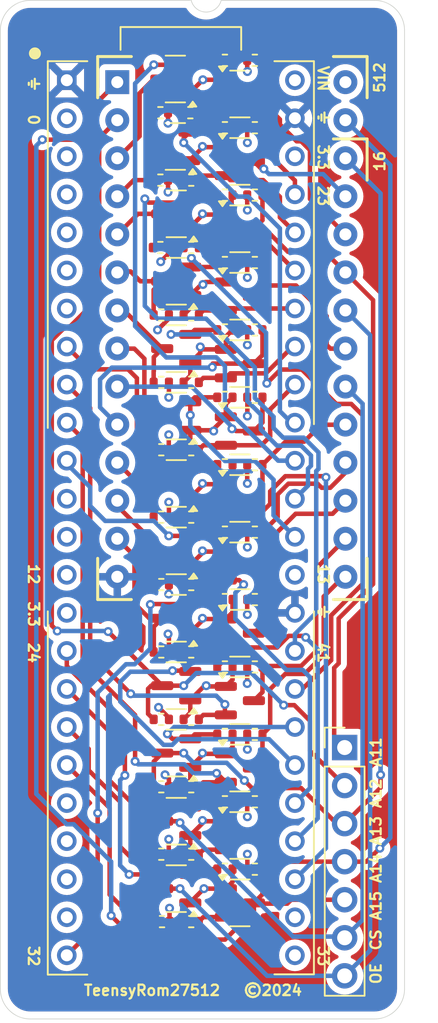
<source format=kicad_pcb>
(kicad_pcb (version 20240108) (generator "pcbnew") (generator_version "8.0")
  (layers (0 "F.Cu" signal) (1 "In1.Cu" signal) (2 "In2.Cu" signal) (31 "B.Cu" signal) (34 "B.Paste" user) (35 "F.Paste" user) (36 "B.SilkS" user "B.Silkscreen") (37 "F.SilkS" user "F.Silkscreen") (38 "B.Mask" user) (39 "F.Mask" user) (44 "Edge.Cuts" user))
  (net 0 "")
  (net 1 "GND")
  (net 17 "+3.3V")
  (net 18 "+5V")
  (net 20 "A12'")
  (net 21 "A14'")
  (net 22 "A15'")
  (net 23 "A13'")
  (net 24 "A11'")
  (net 25 "CS'")
  (net 26 "A0'")
  (net 27 "A0")
  (net 28 "A1")
  (net 29 "A1'")
  (net 30 "A2")
  (net 31 "A2'")
  (net 32 "A3")
  (net 33 "A3'")
  (net 34 "A4'")
  (net 35 "A4")
  (net 36 "A5")
  (net 37 "A5'")
  (net 38 "A6'")
  (net 39 "A6")
  (net 40 "A7")
  (net 41 "A7'")
  (net 42 "A8'")
  (net 43 "A8")
  (net 44 "A9'")
  (net 45 "A9")
  (net 46 "A10'")
  (net 47 "A10")
  (net 48 "A11")
  (net 49 "A12")
  (net 50 "A13")
  (net 51 "A14")
  (net 52 "A15")
  (net 53 "D0")
  (net 54 "D0'")
  (net 55 "D1")
  (net 56 "D1'")
  (net 57 "D2'")
  (net 58 "D2")
  (net 59 "D3'")
  (net 60 "D3")
  (net 61 "D4")
  (net 62 "D4'")
  (net 63 "D5")
  (net 64 "D5'")
  (net 65 "D6")
  (net 66 "D6'")
  (net 67 "D7")
  (net 68 "D7'")
  (net 69 "CS")
  (net 70 "OE'")
  (net 71 "OE")
  (footprint "Resistor_SMD:R_0402_1005Metric" (layer "F.Cu") (at 42 32.5 180)
    (property "Reference" "R9" (hide yes))
    (property "Value" "10k")
  )
  (footprint "Package_TO_SOT_SMD:SOT-23" (layer "F.Cu") (at 38.75 42.75 180)
    (property "Reference" "Q3" (hide yes))
    (property "Value" "BSS138")
  )
  (footprint "Resistor_SMD:R_0402_1005Metric" (layer "F.Cu") (at 42 19 180)
    (property "Reference" "R15" (hide yes))
    (property "Value" "10k")
  )
  (footprint "Resistor_SMD:R_0402_1005Metric" (layer "F.Cu") (at 37.75 63 180)
    (property "Reference" "R26" (hide yes))
    (property "Value" "10k")
  )
  (footprint "LOGO" (layer "F.Cu") (at 51.75 61.2 90)
    (property "Reference" "G***" (hide yes))
    (property "Value" "LOGO" (hide yes))
  )
  (footprint "Package_TO_SOT_SMD:SOT-23" (layer "F.Cu") (at 43 66.25)
    (property "Reference" "Q20" (hide yes))
    (property "Value" "BSS138")
  )
  (footprint "Resistor_SMD:R_0402_1005Metric" (layer "F.Cu") (at 39.75 67.5)
    (property "Reference" "R39" (hide yes))
    (property "Value" "10k")
  )
  (footprint "Package_TO_SOT_SMD:SOT-23" (layer "F.Cu") (at 38.75 56.25 180)
    (property "Reference" "Q19" (hide yes))
    (property "Value" "BSS138")
  )
  (footprint "Package_TO_SOT_SMD:SOT-23" (layer "F.Cu") (at 38.75 33.75 180)
    (property "Reference" "Q5" (hide yes))
    (property "Value" "BSS138")
  )
  (footprint "Package_TO_SOT_SMD:SOT-23" (layer "F.Cu") (at 43 61.75)
    (property "Reference" "Q21" (hide yes))
    (property "Value" "BSS138")
  )
  (footprint "Resistor_SMD:R_0402_1005Metric" (layer "F.Cu") (at 42 64 180)
    (property "Reference" "R27" (hide yes))
    (property "Value" "10k")
  )
  (footprint "Resistor_SMD:R_0402_1005Metric" (layer "F.Cu") (at 39.75 45)
    (property "Reference" "R3" (hide yes))
    (property "Value" "10k")
  )
  (footprint "Resistor_SMD:R_0402_1005Metric" (layer "F.Cu") (at 44 68.5)
    (property "Reference" "R30" (hide yes))
    (property "Value" "10k")
  )
  (footprint "Package_TO_SOT_SMD:SOT-23" (layer "F.Cu") (at 43 21.25)
    (property "Reference" "Q10" (hide yes))
    (property "Value" "BSS138")
  )
  (footprint "Package_TO_SOT_SMD:SOT-23" (layer "F.Cu") (at 43 75.25)
    (property "Reference" "Q16" (hide yes))
    (property "Value" "BSS138")
  )
  (footprint "Package_DIP:DIP-28_W15.24mm" (layer "F.Cu") (at 34.81 20.46)
    (property "Reference" "U1" (hide yes))
    (property "Value" "27512")
  )
  (footprint "Resistor_SMD:R_0402_1005Metric" (layer "F.Cu") (at 37.75 36 180)
    (property "Reference" "R10" (hide yes))
    (property "Value" "10k")
  )
  (footprint "Resistor_SMD:R_0402_1005Metric" (layer "F.Cu") (at 39.75 49.5)
    (property "Reference" "R47" (hide yes))
    (property "Value" "10k")
  )
  (footprint "Package_TO_SOT_SMD:SOT-23" (layer "F.Cu") (at 43 34.75)
    (property "Reference" "Q11" (hide yes))
    (property "Value" "BSS138")
  )
  (footprint "DEV-16771:MODULE_DEV-16771" (layer "F.Cu") (at 39.0575 49.54 -90)
    (property "Reference" "U3" (hide yes))
    (property "Value" "Teensy 4.1 module" (hide yes))
  )
  (footprint "Resistor_SMD:R_0402_1005Metric" (layer "F.Cu") (at 39.75 36)
    (property "Reference" "R21" (hide yes))
    (property "Value" "10k")
  )
  (footprint "Package_TO_SOT_SMD:SOT-23" (layer "F.Cu") (at 43 43.75)
    (property "Reference" "Q2" (hide yes))
    (property "Value" "BSS138")
  )
  (footprint "Resistor_SMD:R_0402_1005Metric" (layer "F.Cu") (at 39.75 58.5 180)
    (property "Reference" "R25" (hide yes))
    (property "Value" "10k")
  )
  (footprint "Resistor_SMD:R_0402_1005Metric" (layer "F.Cu") (at 37.75 72 180)
    (property "Reference" "R50" (hide yes))
    (property "Value" "10k")
  )
  (footprint "Resistor_SMD:R_0402_1005Metric" (layer "F.Cu") (at 44 32.5)
    (property "Reference" "R22" (hide yes))
    (property "Value" "10k")
  )
  (footprint "Resistor_SMD:R_0402_1005Metric" (layer "F.Cu") (at 37.8 76.5 180)
    (property "Reference" "R52" (hide yes))
    (property "Value" "10k")
  )
  (footprint "Package_TO_SOT_SMD:SOT-23" (layer "F.Cu") (at 43 30.25)
    (property "Reference" "Q12" (hide yes))
    (property "Value" "BSS138")
  )
  (footprint "Resistor_SMD:R_0402_1005Metric" (layer "F.Cu") (at 44 64)
    (property "Reference" "R40" (hide yes))
    (property "Value" "10k")
  )
  (footprint "Resistor_SMD:R_0402_1005Metric" (layer "F.Cu") (at 39.75 31.5)
    (property "Reference" "R23" (hide yes))
    (property "Value" "10k")
  )
  (footprint "Resistor_SMD:R_0402_1005Metric" (layer "F.Cu") (at 44 50.5)
    (property "Reference" "R46" (hide yes))
    (property "Value" "10k")
  )
  (footprint "Resistor_SMD:R_0402_1005Metric" (layer "F.Cu") (at 39.69 22.5)
    (property "Reference" "R19" (hide yes))
    (property "Value" "10k")
  )
  (footprint "Resistor_SMD:R_0402_1005Metric" (layer "F.Cu") (at 42 23.5 180)
    (property "Reference" "R13" (hide yes))
    (property "Value" "10k")
  )
  (footprint "Package_TO_SOT_SMD:SOT-23" (layer "F.Cu") (at 38.75 69.8 180)
    (property "Reference" "Q25" (hide yes))
    (property "Value" "BSS138")
  )
  (footprint "Resistor_SMD:R_0402_1005Metric" (layer "F.Cu") (at 37.75 58.5 180)
    (property "Reference" "R38" (hide yes))
    (property "Value" "10k")
  )
  (footprint "Package_TO_SOT_SMD:SOT-23" (layer "F.Cu") (at 38.75 74.3 180)
    (property "Reference" "Q26" (hide yes))
    (property "Value" "BSS138")
  )
  (footprint "Resistor_SMD:R_0402_1005Metric" (layer "F.Cu") (at 42 55 180)
    (property "Reference" "R37" (hide yes))
    (property "Value" "10k")
  )
  (footprint "Resistor_SMD:R_0402_1005Metric" (layer "F.Cu") (at 42 50.5 180)
    (property "Reference" "R35" (hide yes))
    (property "Value" "10k")
  )
  (footprint "Package_TO_SOT_SMD:SOT-23" (layer "F.Cu") (at 38.75 47.25 180)
    (property "Reference" "Q17" (hide yes))
    (property "Value" "BSS138")
  )
  (footprint "Resistor_SMD:R_0402_1005Metric" (layer "F.Cu") (at 37.69 31.5 180)
    (property "Reference" "R12" (hide yes))
    (property "Value" "10k")
  )
  (footprint "Resistor_SMD:R_0402_1005Metric" (layer "F.Cu") (at 39.75 76.5)
    (property "Reference" "R31" (hide yes))
    (property "Value" "10k")
  )
  (footprint "Package_TO_SOT_SMD:SOT-23" (layer "F.Cu") (at 38.75 38.25 180)
    (property "Reference" "Q4" (hide yes))
    (property "Value" "BSS138")
  )
  (footprint "Resistor_SMD:R_0402_1005Metric" (layer "F.Cu") (at 39.75 40.5)
    (property "Reference" "R1" (hide yes))
    (property "Value" "10k")
  )
  (footprint "Resistor_SMD:R_0402_1005Metric" (layer "F.Cu") (at 37.75 40.5 180)
    (property "Reference" "R8" (hide yes))
    (property "Value" "10k")
  )
  (footprint "Package_TO_SOT_SMD:SOT-23" (layer "F.Cu") (at 43 25.75)
    (property "Reference" "Q9" (hide yes))
    (property "Value" "BSS138")
  )
  (footprint "Resistor_SMD:R_0402_1005Metric" (layer "F.Cu") (at 42 41.5 180)
    (property "Reference" "R5" (hide yes))
    (property "Value" "10k")
  )
  (footprint "Resistor_SMD:R_0402_1005Metric" (layer "F.Cu") (at 39.75 72)
    (property "Reference" "R29" (hide yes))
    (property "Value" "10k")
  )
  (footprint "Package_TO_SOT_SMD:SOT-23" (layer "F.Cu") (at 38.75 65.25 180)
    (property "Reference" "Q14" (hide yes))
    (property "Value" "BSS138")
  )
  (footprint "Resistor_SMD:R_0402_1005Metric" (layer "F.Cu") (at 39.75 63)
    (property "Reference" "R41" (hide yes))
    (property "Value" "10k")
  )
  (footprint "Package_TO_SOT_SMD:SOT-23" (layer "F.Cu") (at 43 39.25)
    (property "Reference" "Q1" (hide yes))
    (property "Value" "BSS138")
  )
  (footprint "Package_TO_SOT_SMD:SOT-23" (layer "F.Cu") (at 43 57.25)
    (property "Reference" "Q22" (hide yes))
    (property "Value" "BSS138")
  )
  (footprint "Package_TO_SOT_SMD:SOT-23" (layer "F.Cu") (at 38.75 60.75 180)
    (property "Reference" "Q13" (hide yes))
    (property "Value" "BSS138")
  )
  (footprint "Resistor_SMD:R_0402_1005Metric" (layer "F.Cu") (at 37.75 67.5 180)
    (property "Reference" "R28" (hide yes))
    (property "Value" "10k")
  )
  (footprint "Resistor_SMD:R_0402_1005Metric" (layer "F.Cu") (at 37.75 49.5 180)
    (property "Reference" "R34" (hide yes))
    (property "Value" "10k")
  )
  (footprint "Package_TO_SOT_SMD:SOT-23" (layer "F.Cu") (at 43 70.75)
    (property "Reference" "Q15" (hide yes))
    (property "Value" "BSS138")
  )
  (footprint "Resistor_SMD:R_0402_1005Metric" (layer "F.Cu") (at 44 37)
    (property "Reference" "R2" (hide yes))
    (property "Value" "10k")
  )
  (footprint "Package_TO_SOT_SMD:SOT-23" (layer "F.Cu") (at 38.75 51.75 180)
    (property "Reference" "Q18" (hide yes))
    (property "Value" "BSS138")
  )
  (footprint "Resistor_SMD:R_0402_1005Metric" (layer "F.Cu") (at 44 55)
    (property "Reference" "R44" (hide yes))
    (property "Value" "10k")
  )
  (footprint "Resistor_SMD:R_0402_1005Metric" (layer "F.Cu") (at 37.69 22.5 180)
    (property "Reference" "R16" (hide yes))
    (property "Value" "10k")
  )
  (footprint "Resistor_SMD:R_0402_1005Metric" (layer "F.Cu") (at 44 59.5)
    (property "Reference" "R42" (hide yes))
    (property "Value" "10k")
  )
  (footprint "Resistor_SMD:R_0402_1005Metric" (layer "F.Cu") (at 44 46)
    (property "Reference" "R48" (hide yes))
    (property "Value" "10k")
  )
  (footprint "Resistor_SMD:R_0402_1005Metric" (layer "F.Cu") (at 42 37 180)
    (property "Reference" "R7" (hide yes))
    (property "Value" "10k")
  )
  (footprint "Package_TO_SOT_SMD:SOT-23" (layer "F.Cu") (at 43 48.25)
    (property "Reference" "Q24" (hide yes))
    (property "Value" "BSS138")
  )
  (footprint "Resistor_SMD:R_0402_1005Metric" (layer "F.Cu") (at 42 73 180)
    (property "Reference" "R51" (hide yes))
    (property "Value" "10k")
  )
  (footprint "Resistor_SMD:R_0402_1005Metric" (layer "F.Cu") (at 39.75 27)
    (property "Reference" "R17" (hide yes))
    (property "Value" "10k")
  )
  (footprint "Package_TO_SOT_SMD:SOT-23" (layer "F.Cu") (at 38.75 29.25 180)
    (property "Reference" "Q6" (hide yes))
    (property "Value" "BSS138")
  )
  (footprint "Resistor_SMD:R_0402_1005Metric" (layer "F.Cu") (at 42 59.5 180)
    (property "Reference" "R43" (hide yes))
    (property "Value" "10k")
  )
  (footprint "Resistor_SMD:R_0402_1005Metric" (layer "F.Cu") (at 44 41.5)
    (property "Reference" "R4" (hide yes))
    (property "Value" "10k")
  )
  (footprint "Resistor_SMD:R_0402_1005Metric" (layer "F.Cu") (at 44 23.5)
    (property "Reference" "R18" (hide yes))
    (property "Value" "10k")
  )
  (footprint "Resistor_SMD:R_0402_1005Metric" (layer "F.Cu") (at 44 19)
    (property "Reference" "R20" (hide yes))
    (property "Value" "10k")
  )
  (footprint "Resistor_SMD:R_0402_1005Metric" (layer "F.Cu") (at 37.69 27 180)
    (property "Reference" "R14" (hide yes))
    (property "Value" "10k")
  )
  (footprint "Resistor_SMD:R_0402_1005Metric" (layer "F.Cu") (at 42 68.5 180)
    (property "Reference" "R49" (hide yes))
    (property "Value" "10k")
  )
  (footprint "Package_TO_SOT_SMD:SOT-23" (layer "F.Cu") (at 38.69 24.75 180)
    (property "Reference" "Q7" (hide yes))
    (property "Value" "BSS138")
  )
  (footprint "Resistor_SMD:R_0402_1005Metric" (layer "F.Cu") (at 42 46 180)
    (property "Reference" "R33" (hide yes))
    (property "Value" "10k")
  )
  (footprint "Resistor_SMD:R_0402_1005Metric" (layer "F.Cu") (at 44 28)
    (property "Reference" "R24" (hide yes))
    (property "Value" "10k")
  )
  (footprint "Connector_PinHeader_2.54mm:PinHeader_1x07_P2.54mm_Vertical" (layer "F.Cu") (at 50 64.88)
    (property "Reference" "J1" (hide yes))
    (property "Value" "Conn_01x07_Pin")
  )
  (footprint "Resistor_SMD:R_0402_1005Metric" (layer "F.Cu") (at 37.75 45 180)
    (property "Reference" "R6" (hide yes))
    (property "Value" "10k")
  )
  (footprint "Resistor_SMD:R_0402_1005Metric" (layer "F.Cu") (at 37.75 54 180)
    (property "Reference" "R36" (hide yes))
    (property "Value" "10k")
  )
  (footprint "Package_TO_SOT_SMD:SOT-23" (layer "F.Cu") (at 38.69 20.25 180)
    (property "Reference" "Q8" (hide yes))
    (property "Value" "BSS138")
  )
  (footprint "Resistor_SMD:R_0402_1005Metric" (layer "F.Cu") (at 44 73)
    (property "Reference" "R32" (hide yes))
    (property "Value" "10k")
  )
  (footprint "Package_TO_SOT_SMD:SOT-23" (layer "F.Cu") (at 43 52.75)
    (property "Reference" "Q23" (hide yes))
    (property "Value" "BSS138")
  )
  (footprint "Resistor_SMD:R_0402_1005Metric" (layer "F.Cu") (at 39.75 54)
    (property "Reference" "R45" (hide yes))
    (property "Value" "10k")
  )
  (footprint "Resistor_SMD:R_0402_1005Metric" (layer "F.Cu") (at 42 28 180)
    (property "Reference" "R11" (hide yes))
    (property "Value" "10k")
  )
  (gr_line (start 49.25 55) (end 51.5 55) (stroke (width 0.2)) (layer "F.SilkS"))
  (gr_line (start 33.5 52.25) (end 33.5 55) (stroke (width 0.2)) (layer "F.SilkS"))
  (gr_line (start 51.5 18.75) (end 51.5 21.5) (stroke (width 0.2)) (layer "F.SilkS"))
  (gr_line (start 33.5 18.75) (end 33.5 21.5) (stroke (width 0.2)) (layer "F.SilkS"))
  (gr_line (start 49.25 18.75) (end 51.5 18.75) (stroke (width 0.2)) (layer "F.SilkS"))
  (gr_line (start 51.5 24.25) (end 51.5 27) (stroke (width 0.2)) (layer "F.SilkS"))
  (gr_line (start 35.75 18.75) (end 33.5 18.75) (stroke (width 0.2)) (layer "F.SilkS"))
  (gr_line (start 51.5 52.25) (end 51.5 55) (stroke (width 0.2)) (layer "F.SilkS"))
  (gr_line (start 35.75 55) (end 33.5 55) (stroke (width 0.2)) (layer "F.SilkS"))
  (gr_line (start 49.25 24.25) (end 51.5 24.25) (stroke (width 0.2)) (layer "F.SilkS"))
  (gr_arc (start 52 15) (mid 53.414214 15.585786) (end 54 17) (stroke (width 0.05)) (layer "Edge.Cuts"))
  (gr_line (start 41.75 15) (end 52 15) (stroke (width 0.05)) (layer "Edge.Cuts"))
  (gr_arc (start 41.75 15) (mid 40.75 15.780776) (end 39.75 15) (stroke (width 0.05)) (layer "Edge.Cuts"))
  (gr_line (start 52 83) (end 29 83) (stroke (width 0.05)) (layer "Edge.Cuts"))
  (gr_line (start 54 17) (end 54 81) (stroke (width 0.05)) (layer "Edge.Cuts"))
  (gr_line (start 27 81) (end 27 17) (stroke (width 0.05)) (layer "Edge.Cuts"))
  (gr_arc (start 54 81) (mid 53.414214 82.414214) (end 52 83) (stroke (width 0.05)) (layer "Edge.Cuts"))
  (gr_line (start 29 15) (end 39.75 15) (stroke (width 0.05)) (layer "Edge.Cuts"))
  (gr_arc (start 27 17) (mid 27.585786 15.585786) (end 29 15) (stroke (width 0.05)) (layer "Edge.Cuts"))
  (gr_arc (start 29 83) (mid 27.585786 82.414214) (end 27 81) (stroke (width 0.05)) (layer "Edge.Cuts"))
  (gr_text "16" (at 52.75 26.5 90) (layer "F.SilkS") (effects (font (size 0.7 0.7)) (justify left bottom)))
  (gr_text "CS\n" (at 52.5 78.5 90) (layer "F.SilkS") (effects (font (size 0.7 0.7)) (justify left bottom)))
  (gr_text "A15\n" (at 52.5 76.5 90) (layer "F.SilkS") (effects (font (size 0.7 0.7)) (justify left bottom)))
  (gr_text "A12" (at 52.5 69 90) (layer "F.SilkS") (effects (font (size 0.7 0.7)) (justify left bottom)))
  (gr_text "512" (at 52.75 21.25 90) (layer "F.SilkS") (effects (font (size 0.7 0.7)) (justify left bottom)))
  (gr_text "OE" (at 52.5 80.75 90) (layer "F.SilkS") (effects (font (size 0.7 0.7)) (justify left bottom)))
  (gr_text "A11" (at 52.5 66.25 90) (layer "F.SilkS") (effects (font (size 0.7 0.7)) (justify left bottom)))
  (gr_text "A13" (at 52.5 71.5 90) (layer "F.SilkS") (effects (font (size 0.7 0.7)) (justify left bottom)))
  (gr_text "A14\n" (at 52.5 74 90) (layer "F.SilkS") (effects (font (size 0.7 0.7)) (justify left bottom)))
  (gr_text "TeensyRom27512   ©2024" (at 32.5 81.5 0) (layer "F.SilkS") (effects (font (size 0.7 0.7)) (justify left bottom)))
  (segment (start 39.18 21.6475) (end 39.6275 21.2) (width 0.3) (layer "F.Cu") (net 17))
  (segment (start 39.6875 67.0525) (end 39.24 67.5) (width 0.3) (layer "F.Cu") (net 17))
  (segment (start 39.18 22.5) (end 39.18 21.6475) (width 0.3) (layer "F.Cu") (net 17))
  (segment (start 39.6275 21.2) (end 40.527498 20.300002) (width 0.3) (layer "F.Cu") (net 17))
  (segment (start 39.6875 71.5525) (end 39.24 72) (width 0.3) (layer "F.Cu") (net 17))
  (segment (start 40.5 29.3275) (end 40.5 29.25) (width 0.3) (layer "F.Cu") (net 17))
  (segment (start 42.51 33.3525) (end 42.0625 33.8) (width 0.3) (layer "F.Cu") (net 17))
  (segment (start 42.51 50.5) (end 42.51 51.3525) (width 0.3) (layer "F.Cu") (net 17))
  (segment (start 41.1625 43.7) (end 41.1125 43.75) (width 0.3) (layer "F.Cu") (net 17))
  (segment (start 40.6375 56.25) (end 40.5 56.25) (width 0.3) (layer "F.Cu") (net 17))
  (segment (start 42.0625 56.3) (end 40.5875 56.3) (width 0.3) (layer "F.Cu") (net 17))
  (segment (start 39.6875 39.2) (end 39.6875 40.0525) (width 0.3) (layer "F.Cu") (net 17))
  (segment (start 42.45 19.8525) (end 42.002504 20.299996) (width 0.3) (layer "F.Cu") (net 17))
  (segment (start 39.6875 66.2) (end 39.6875 67.0525) (width 0.3) (layer "F.Cu") (net 17))
  (segment (start 40.5 69.75) (end 40.5 69.9375) (width 0.3) (layer "F.Cu") (net 17))
  (segment (start 40.8 60.8) (end 40.75 60.75) (width 0.3) (layer "F.Cu") (net 17))
  (segment (start 40.5 29.25) (end 40.5775 29.25) (width 0.3) (layer "F.Cu") (net 17))
  (segment (start 40.5 65.25) (end 40.5 65.3875) (width 0.3) (layer "F.Cu") (net 17))
  (segment (start 40.6375 51.75) (end 40.5 51.75) (width 0.3) (layer "F.Cu") (net 17))
  (segment (start 39.24 76.5) (end 39.24 75.66) (width 0.3) (layer "F.Cu") (net 17))
  (segment (start 42.51 73.8525) (end 42.0625 74.3) (width 0.3) (layer "F.Cu") (net 17))
  (segment (start 40.5 51.8875) (end 39.6875 52.7) (width 0.3) (layer "F.Cu") (net 17))
  (segment (start 39.6275 31.0525) (end 39.18 31.5) (width 0.3) (layer "F.Cu") (net 17))
  (segment (start 39.6875 43.7) (end 41.1625 43.7) (width 0.3) (layer "F.Cu") (net 17))
  (segment (start 40.6375 65.25) (end 40.5 65.25) (width 0.3) (layer "F.Cu") (net 17))
  (segment (start 40.5775 29.25) (end 39.6275 30.2) (width 0.3) (layer "F.Cu") (net 17))
  (segment (start 39.6275 30.2) (end 39.6275 31.0525) (width 0.3) (layer "F.Cu") (net 17))
  (segment (start 42.0625 42.8) (end 42.0625 41.9475) (width 0.3) (layer "F.Cu") (net 17))
  (segment (start 40.5 24.8275) (end 40.5 24.75) (width 0.3) (layer "F.Cu") (net 17))
  (segment (start 42.51 64) (end 42.51 64.8525) (width 0.3) (layer "F.Cu") (net 17))
  (segment (start 42.002504 20.299996) (end 40.527498 20.299996) (width 0.3) (layer "F.Cu") (net 17))
  (segment (start 40.5 56.3875) (end 39.6875 57.2) (width 0.3) (layer "F.Cu") (net 17))
  (segment (start 40.6375 69.8) (end 40.6875 69.75) (width 0.3) (layer "F.Cu") (net 17))
  (segment (start 40.355119 38.532381) (end 40.355119 38.13502) (width 0.3) (layer "F.Cu") (net 17))
  (segment (start 42.45 19) (end 42.45 19.8525) (width 0.3) (layer "F.Cu") (net 17))
  (segment (start 39.6275 25.7) (end 39.6275 26.5525) (width 0.3) (layer "F.Cu") (net 17))
  (segment (start 39.6875 48.2) (end 39.6875 49.0525) (width 0.3) (layer "F.Cu") (net 17))
  (segment (start 39.6875 44.5525) (end 39.24 45) (width 0.3) (layer "F.Cu") (net 17))
  (segment (start 41.1125 43.75) (end 41.25 43.75) (width 0.3) (layer "F.Cu") (net 17))
  (segment (start 40.5 56.25) (end 40.5 56.3875) (width 0.3) (layer "F.Cu") (net 17))
  (segment (start 39.6875 34.7) (end 39.6875 35.5525) (width 0.3) (layer "F.Cu") (net 17))
  (segment (start 39.6875 52.7) (end 39.6875 53.5525) (width 0.3) (layer "F.Cu") (net 17))
  (segment (start 40.5875 51.8) (end 40.6375 51.75) (width 0.3) (layer "F.Cu") (net 17))
  (segment (start 42.0025 29.3) (end 40.5275 29.3) (width 0.3) (layer "F.Cu") (net 17))
  (segment (start 42.51 55) (end 42.51 55.8525) (width 0.3) (layer "F.Cu") (net 17))
  (segment (start 42.51 68.5) (end 42.51 69.3525) (width 0.3) (layer "F.Cu") (net 17))
  (segment (start 42.0625 41.9475) (end 42.51 41.5) (width 0.3) (layer "F.Cu") (net 17))
  (segment (start 42.0625 69.8) (end 40.6375 69.8) (width 0.3) (layer "F.Cu") (net 17))
  (segment (start 40.5875 60.8) (end 39.6875 61.7) (width 0.3) (layer "F.Cu") (net 17))
  (segment (start 39.6875 57.9275) (end 40.26 58.5) (width 0.3) (layer "F.Cu") (net 17))
  (segment (start 42.0625 60.8) (end 40.8 60.8) (width 0.3) (layer "F.Cu") (net 17))
  (segment (start 40.6875 69.75) (end 40.5 69.75) (width 0.3) (layer "F.Cu") (net 17))
  (segment (start 42.51 51.3525) (end 42.0625 51.8) (width 0.3) (layer "F.Cu") (net 17))
  (segment (start 40.5 65.3875) (end 39.6875 66.2) (width 0.3) (layer "F.Cu") (net 17))
  (segment (start 39.6875 70.75) (end 39.6875 71.5525) (width 0.3) (layer "F.Cu") (net 17))
  (segment (start 40.6375 47.25) (end 40.5 47.25) (width 0.3) (layer "F.Cu") (net 17))
  (segment (start 40.5 24.75) (end 40.5775 24.75) (width 0.3) (layer "F.Cu") (net 17))
  (segment (start 40.5 51.75) (end 40.5 51.8875) (width 0.3) (layer "F.Cu") (net 17))
  (segment (start 39.24 75.66) (end 40.600004 74.299996) (width 0.3) (layer "F.Cu") (net 17))
  (segment (start 42.0625 51.8) (end 40.5875 51.8) (width 0.3) (layer "F.Cu") (net 17))
  (segment (start 40.5875 56.3) (end 40.6375 56.25) (width 0.3) (layer "F.Cu") (net 17))
  (segment (start 42.51 60.3525) (end 42.51 59.5) (width 0.3) (layer "F.Cu") (net 17))
  (segment (start 41.25 43.75) (end 41.25 43.6125) (width 0.3) (layer "F.Cu") (net 17))
  (segment (start 42.45 23.5) (end 42.45 24.3525) (width 0.3) (layer "F.Cu") (net 17))
  (segment (start 39.6875 43.7) (end 39.6875 44.5525) (width 0.3) (layer "F.Cu") (net 17))
  (segment (start 40.5 47.25) (end 40.5 47.3875) (width 0.3) (layer "F.Cu") (net 17))
  (segment (start 39.6875 39.2) (end 40.355119 38.532381) (width 0.3) (layer "F.Cu") (net 17))
  (segment (start 40.5775 24.75) (end 39.6275 25.7) (width 0.3) (layer "F.Cu") (net 17))
  (segment (start 42.0625 74.3) (end 40.600008 74.3) (width 0.3) (layer "F.Cu") (net 17))
  (segment (start 42.51 55.8525) (end 42.0625 56.3) (width 0.3) (layer "F.Cu") (net 17))
  (segment (start 39.6875 49.0525) (end 39.24 49.5) (width 0.3) (layer "F.Cu") (net 17))
  (segment (start 42.0625 38.3) (end 42.0625 37.4475) (width 0.3) (layer "F.Cu") (net 17))
  (segment (start 39.6875 62.5525) (end 39.24 63) (width 0.3) (layer "F.Cu") (net 17))
  (segment (start 42.51 64.8525) (end 42.0625 65.3) (width 0.3) (layer "F.Cu") (net 17))
  (segment (start 42.0625 65.3) (end 40.5875 65.3) (width 0.3) (layer "F.Cu") (net 17))
  (segment (start 40.5275 29.3) (end 40.5 29.3275) (width 0.3) (layer "F.Cu") (net 17))
  (segment (start 40.7 60.8) (end 40.5875 60.8) (width 0.3) (layer "F.Cu") (net 17))
  (segment (start 40.420807 33.966693) (end 40.533306 33.966693) (width 0.3) (layer "F.Cu") (net 17))
  (segment (start 39.6875 61.7) (end 39.6875 62.5525) (width 0.3) (layer "F.Cu") (net 17))
  (segment (start 39.6875 35.5525) (end 39.24 36) (width 0.3) (layer "F.Cu") (net 17))
  (segment (start 42.51 73) (end 42.51 73.8525) (width 0.3) (layer "F.Cu") (net 17))
  (segment (start 39.6875 34.7) (end 40.420807 33.966693) (width 0.3) (layer "F.Cu") (net 17))
  (segment (start 41.25 43.6125) (end 42.0625 42.8) (width 0.3) (layer "F.Cu") (net 17))
  (segment (start 40.600008 74.3) (end 40.600004 74.299996) (width 0.3) (layer "F.Cu") (net 17))
  (segment (start 40.75 60.75) (end 40.7 60.8) (width 0.3) (layer "F.Cu") (net 17))
  (segment (start 42.0625 47.3) (end 40.5875 47.3) (width 0.3) (layer "F.Cu") (net 17))
  (segment (start 40.5875 65.3) (end 40.6375 65.25) (width 0.3) (layer "F.Cu") (net 17))
  (segment (start 42.45 24.3525) (end 42.0025 24.8) (width 0.3) (layer "F.Cu") (net 17))
  (segment (start 40.527498 20.300002) (end 40.527498 20.299996) (width 0.3) (layer "F.Cu") (net 17))
  (segment (start 42.0625 38.3) (end 40.520099 38.3) (width 0.3) (layer "F.Cu") (net 17))
  (segment (start 39.6875 57.2) (end 39.6875 57.9275) (width 0.3) (layer "F.Cu") (net 17))
  (segment (start 42.0025 24.8) (end 40.5275 24.8) (width 0.3) (layer "F.Cu") (net 17))
  (segment (start 42.51 46) (end 42.51 46.8525) (width 0.3) (layer "F.Cu") (net 17))
  (segment (start 39.6875 53.5525) (end 39.24 54) (width 0.3) (layer "F.Cu") (net 17))
  (segment (start 40.520099 38.3) (end 40.355119 38.13502) (width 0.3) (layer "F.Cu") (net 17))
  (segment (start 40.699999 33.8) (end 40.533306 33.966693) (width 0.3) (layer "F.Cu") (net 17))
  (segment (start 42.0625 33.8) (end 40.699999 33.8) (width 0.3) (layer "F.Cu") (net 17))
  (segment (start 42.0625 37.4475) (end 42.51 37) (width 0.3) (layer "F.Cu") (net 17))
  (segment (start 42.51 60.3525) (end 42.0625 60.8) (width 0.3) (layer "F.Cu") (net 17))
  (segment (start 40.5 69.9375) (end 39.6875 70.75) (width 0.3) (layer "F.Cu") (net 17))
  (segment (start 39.6875 40.0525) (end 39.24 40.5) (width 0.3) (layer "F.Cu") (net 17))
  (segment (start 42.51 32.5) (end 42.51 33.3525) (width 0.3) (layer "F.Cu") (net 17))
  (segment (start 42.51 69.3525) (end 42.0625 69.8) (width 0.3) (layer "F.Cu") (net 17))
  (segment (start 39.6275 26.5525) (end 39.18 27) (width 0.3) (layer "F.Cu") (net 17))
  (segment (start 42.45 28.8525) (end 42.0025 29.3) (width 0.3) (layer "F.Cu") (net 17))
  (segment (start 42.45 28) (end 42.45 28.8525) (width 0.3) (layer "F.Cu") (net 17))
  (segment (start 40.5875 47.3) (end 40.6375 47.25) (width 0.3) (layer "F.Cu") (net 17))
  (segment (start 40.5275 24.8) (end 40.5 24.8275) (width 0.3) (layer "F.Cu") (net 17))
  (segment (start 42.51 46.8525) (end 42.0625 47.3) (width 0.3) (layer "F.Cu") (net 17))
  (segment (start 40.5 47.3875) (end 39.6875 48.2) (width 0.3) (layer "F.Cu") (net 17))
  (via (at 40.5 29.25) (size 0.6) (drill 0.3) (layers "F.Cu" "B.Cu") (net 17))
  (via (at 40.527498 20.299996) (size 0.6) (drill 0.3) (layers "F.Cu" "B.Cu") (net 17))
  (via (at 40.533306 33.966693) (size 0.6) (drill 0.3) (layers "F.Cu" "B.Cu") (net 17))
  (via (at 40.75 60.75) (size 0.6) (drill 0.3) (layers "F.Cu" "B.Cu") (net 17))
  (via (at 40.5 56.25) (size 0.6) (drill 0.3) (layers "F.Cu" "B.Cu") (net 17))
  (via (at 41.25 43.75) (size 0.6) (drill 0.3) (layers "F.Cu" "B.Cu") (net 17))
  (via (at 40.355119 38.13502) (size 0.6) (drill 0.3) (layers "F.Cu" "B.Cu") (net 17))
  (via (at 40.5 65.25) (size 0.6) (drill 0.3) (layers "F.Cu" "B.Cu") (net 17))
  (via (at 40.5 47.25) (size 0.6) (drill 0.3) (layers "F.Cu" "B.Cu") (net 17))
  (via (at 40.5 69.75) (size 0.6) (drill 0.3) (layers "F.Cu" "B.Cu") (net 17))
  (via (at 40.5 51.75) (size 0.6) (drill 0.3) (layers "F.Cu" "B.Cu") (net 17))
  (via (at 40.600004 74.299996) (size 0.6) (drill 0.3) (layers "F.Cu" "B.Cu") (net 17))
  (via (at 40.5 24.75) (size 0.6) (drill 0.3) (layers "F.Cu" "B.Cu") (net 17))
  (segment (start 43.49 33.49) (end 43.5 33.5) (width 0.3) (layer "F.Cu") (net 18))
  (segment (start 38.26 41.49) (end 38.25 41.5) (width 0.3) (layer "F.Cu") (net 18))
  (segment (start 38.26 54.620025) (end 38.25 54.630025) (width 0.3) (layer "F.Cu") (net 18))
  (segment (start 43.49 24.49) (end 43.499998 24.499998) (width 0.3) (layer "F.Cu") (net 18))
  (segment (start 38.25 44) (end 38.25 44.99) (width 0.3) (layer "F.Cu") (net 18))
  (segment (start 38.2 31.5) (end 38.2 31.957753) (width 0.3) (layer "F.Cu") (net 18))
  (segment (start 38.26 66.96) (end 38 66.7) (width 0.3) (layer "F.Cu") (net 18))
  (segment (start 43.49 50.5) (end 43.49 51.49) (width 0.3) (layer "F.Cu") (net 18))
  (segment (start 43.49 69.49) (end 43.5 69.5) (width 0.3) (layer "F.Cu") (net 18))
  (segment (start 38.26 62.89321) (end 37.56679 62.2) (width 0.3) (layer "F.Cu") (net 18))
  (segment (start 38.2 31.957753) (end 37.711055 32.446698) (width 0.3) (layer "F.Cu") (net 18))
  (segment (start 43.5 72.99) (end 43.49 73) (width 0.3) (layer "F.Cu") (net 18))
  (segment (start 38.26 54) (end 38.26 54.620025) (width 0.3) (layer "F.Cu") (net 18))
  (segment (start 38.25 71.99) (end 38.26 72) (width 0.3) (layer "F.Cu") (net 18))
  (segment (start 43.49 23.5) (end 43.49 24.49) (width 0.3) (layer "F.Cu") (net 18))
  (segment (start 38.26 48.51) (end 38.25 48.5) (width 0.3) (layer "F.Cu") (net 18))
  (segment (start 38.3 75.605) (end 38.3 76.595) (width 0.3) (layer "F.Cu") (net 18))
  (segment (start 38.2 22.5) (end 38.2 23.199992) (width 0.3) (layer "F.Cu") (net 18))
  (segment (start 38.26 36.24) (end 37.5 37) (width 0.3) (layer "F.Cu") (net 18))
  (segment (start 38.26 40.5) (end 38.26 41.49) (width 0.3) (layer "F.Cu") (net 18))
  (segment (start 43.49 19.74) (end 43.5 19.75) (width 0.3) (layer "F.Cu") (net 18))
  (segment (start 43.49 28.99) (end 43.500009 29.000009) (width 0.3) (layer "F.Cu") (net 18))
  (segment (start 38.26 67.5) (end 38.26 66.96) (width 0.3) (layer "F.Cu") (net 18))
  (segment (start 43.5 42.75) (end 43.5 41.51) (width 0.3) (layer "F.Cu") (net 18))
  (segment (start 38.25 44.99) (end 38.26 45) (width 0.3) (layer "F.Cu") (net 18))
  (segment (start 43.49 55.990006) (end 43.499994 56) (width 0.3) (layer "F.Cu") (net 18))
  (segment (start 38.26 36) (end 38.26 36.24) (width 0.3) (layer "F.Cu") (net 18))
  (segment (start 43.49 59.5) (end 43.49 60.604657) (width 0.3) (layer "F.Cu") (net 18))
  (segment (start 38.26 58.5) (end 38.26 57.36) (width 0.3) (layer "F.Cu") (net 18))
  (segment (start 43.49 19) (end 43.49 19.74) (width 0.3) (layer "F.Cu") (net 18))
  (segment (start 43.49 60.604657) (end 43.490006 60.604663) (width 0.3) (layer "F.Cu") (net 18))
  (segment (start 43.49 64.99) (end 43.5 65) (width 0.3) (layer "F.Cu") (net 18))
  (segment (start 43.49 51.49) (end 43.5 51.5) (width 0.3) (layer "F.Cu") (net 18))
  (segment (start 43.49 64) (end 43.49 64.99) (width 0.3) (layer "F.Cu") (net 18))
  (segment (start 38.2 23.199992) (end 38.199996 23.199996) (width 0.3) (layer "F.Cu") (net 18))
  (segment (start 43.49 37) (end 43.49 37.990004) (width 0.3) (layer "F.Cu") (net 18))
  (segment (start 38.26 57.36) (end 38.200004 57.300004) (width 0.3) (layer "F.Cu") (net 18))
  (segment (start 43.49 68.5) (end 43.49 69.49) (width 0.3) (layer "F.Cu") (net 18))
  (segment (start 43.49 47.24) (end 43.5 47.25) (width 0.3) (layer "F.Cu") (net 18))
  (segment (start 38.25 71) (end 38.25 71.99) (width 0.3) (layer "F.Cu") (net 18))
  (segment (start 43.49 28) (end 43.49 28.99) (width 0.3) (layer "F.Cu") (net 18))
  (segment (start 43.49 46) (end 43.49 47.24) (width 0.3) (layer "F.Cu") (net 18))
  (segment (start 43.49 32.5) (end 43.49 33.49) (width 0.3) (layer "F.Cu") (net 18))
  (segment (start 38.2 27.799998) (end 38.200002 27.8) (width 0.3) (layer "F.Cu") (net 18))
  (segment (start 43.49 37.990004) (end 43.499996 38) (width 0.3) (layer "F.Cu") (net 18))
  (segment (start 38.2 27) (end 38.2 27.799998) (width 0.3) (layer "F.Cu") (net 18))
  (segment (start 43.5 72) (end 43.5 72.99) (width 0.3) (layer "F.Cu") (net 18))
  (segment (start 43.5 41.51) (end 43.49 41.5) (width 0.3) (layer "F.Cu") (net 18))
  (segment (start 43.49 55) (end 43.49 55.990006) (width 0.3) (layer "F.Cu") (net 18))
  (segment (start 38.26 49.5) (end 38.26 48.51) (width 0.3) (layer "F.Cu") (net 18))
  (segment (start 38.26 63) (end 38.26 62.89321) (width 0.3) (layer "F.Cu") (net 18))
  (via (at 38.3 75.605) (size 0.6) (drill 0.3) (layers "F.Cu" "B.Cu") (net 18))
  (via (at 43.5 69.5) (size 0.6) (drill 0.3) (layers "F.Cu" "B.Cu") (net 18))
  (via (at 43.490006 60.604663) (size 0.6) (drill 0.3) (layers "F.Cu" "B.Cu") (net 18))
  (via (at 43.5 33.5) (size 0.6) (drill 0.3) (layers "F.Cu" "B.Cu") (net 18))
  (via (at 43.5 65) (size 0.6) (drill 0.3) (layers "F.Cu" "B.Cu") (net 18))
  (via (at 43.499994 56) (size 0.6) (drill 0.3) (layers "F.Cu" "B.Cu") (net 18))
  (via (at 38.200002 27.8) (size 0.6) (drill 0.3) (layers "F.Cu" "B.Cu") (net 18))
  (via (at 43.5 72) (size 0.6) (drill 0.3) (layers "F.Cu" "B.Cu") (net 18))
  (via (at 38.25 71) (size 0.6) (drill 0.3) (layers "F.Cu" "B.Cu") (net 18))
  (via (at 43.5 19.75) (size 0.6) (drill 0.3) (layers "F.Cu" "B.Cu") (net 18))
  (via (at 43.5 42.75) (size 0.6) (drill 0.3) (layers "F.Cu" "B.Cu") (net 18))
  (via (at 38.25 44) (size 0.6) (drill 0.3) (layers "F.Cu" "B.Cu") (net 18))
  (via (at 37.56679 62.2) (size 0.6) (drill 0.3) (layers "F.Cu" "B.Cu") (net 18))
  (via (at 43.500009 29.000009) (size 0.6) (drill 0.3) (layers "F.Cu" "B.Cu") (net 18))
  (via (at 43.499998 24.499998) (size 0.6) (drill 0.3) (layers "F.Cu" "B.Cu") (net 18))
  (via (at 38.200004 57.300004) (size 0.6) (drill 0.3) (layers "F.Cu" "B.Cu") (net 18))
  (via (at 43.5 47.25) (size 0.6) (drill 0.3) (layers "F.Cu" "B.Cu") (net 18))
  (via (at 38.25 54.630025) (size 0.6) (drill 0.3) (layers "F.Cu" "B.Cu") (net 18))
  (via (at 38.25 48.5) (size 0.6) (drill 0.3) (layers "F.Cu" "B.Cu") (net 18))
  (via (at 38.25 41.5) (size 0.6) (drill 0.3) (layers "F.Cu" "B.Cu") (net 18))
  (via (at 38.199996 23.199996) (size 0.6) (drill 0.3) (layers "F.Cu" "B.Cu") (net 18))
  (via (at 43.499996 38) (size 0.6) (drill 0.3) (layers "F.Cu" "B.Cu") (net 18))
  (via (at 43.5 51.5) (size 0.6) (drill 0.3) (layers "F.Cu" "B.Cu") (net 18))
  (via (at 37.711055 32.446698) (size 0.6) (drill 0.3) (layers "F.Cu" "B.Cu") (net 18))
  (via (at 37.5 37) (size 0.6) (drill 0.3) (layers "F.Cu" "B.Cu") (net 18))
  (via (at 38 66.7) (size 0.6) (drill 0.3) (layers "F.Cu" "B.Cu") (net 18))
  (segment (start 33.6 34.827371) (end 31.627371 36.8) (width 0.3) (layer "F.Cu") (net 20))
  (segment (start 37.8125 60.75) (end 39.25 60.75) (width 0.3) (layer "F.Cu") (net 20))
  (segment (start 34.200006 57.137506) (end 34.2 57.137506) (width 0.3) (layer "F.Cu") (net 20))
  (segment (start 34.8 23) (end 33.6 24.2) (width 0.3) (layer "F.Cu") (net 20))
  (segment (start 30.4335 37.694129) (end 30.4335 56.7335) (width 0.3) (layer "F.Cu") (net 20))
  (segment (start 50 67.42) (end 47.6815 65.1015) (width 0.3) (layer "F.Cu") (net 20))
  (segment (start 34.81 23) (end 34.8 23) (width 0.3) (layer "F.Cu") (net 20))
  (segment (start 31.327371 36.800258) (end 30.4335 37.694129) (width 0.3) (layer "F.Cu") (net 20))
  (segment (start 37.075001 60.75) (end 36.86679 60.958211) (width 0.3) (layer "F.Cu") (net 20))
  (segment (start 37.8125 60.75) (end 34.200006 57.137506) (width 0.3) (layer "F.Cu") (net 20))
  (segment (start 36.86679 62.62679) (end 37.24 63) (width 0.3) (layer "F.Cu") (net 20))
  (segment (start 31.327371 36.8) (end 31.327371 36.800258) (width 0.3) (layer "F.Cu") (net 20))
  (segment (start 30.4335 56.7335) (end 30.8 57.1) (width 0.3) (layer "F.Cu") (net 20))
  (segment (start 31.627371 36.8) (end 31.327371 36.8) (width 0.3) (layer "F.Cu") (net 20))
  (segment (start 46.637052 62.049681) (end 45.924976 62.049681) (width 0.3) (layer "F.Cu") (net 20))
  (segment (start 47.6815 65.1015) (end 47.6815 63.094129) (width 0.3) (layer "F.Cu") (net 20))
  (segment (start 37.8125 60.75) (end 37.075001 60.75) (width 0.3) (layer "F.Cu") (net 20))
  (segment (start 36.86679 60.958211) (end 36.86679 62.62679) (width 0.3) (layer "F.Cu") (net 20))
  (segment (start 33.6 24.2) (end 33.6 34.827371) (width 0.3) (layer "F.Cu") (net 20))
  (segment (start 47.6815 63.094129) (end 46.637052 62.049681) (width 0.3) (layer "F.Cu") (net 20))
  (via (at 45.924976 62.049681) (size 0.6) (drill 0.3) (layers "F.Cu" "B.Cu") (net 20))
  (via (at 34.2 57.137506) (size 0.6) (drill 0.3) (layers "F.Cu" "B.Cu") (net 20))
  (via (at 39.25 60.75) (size 0.6) (drill 0.3) (layers "F.Cu" "B.Cu") (net 20))
  (via (at 30.8 57.1) (size 0.6) (drill 0.3) (layers "F.Cu" "B.Cu") (net 20))
  (segment (start 40.095332 59.904668) (end 43.779963 59.904668) (width 0.3) (layer "B.Cu") (net 20))
  (segment (start 30.8 57.1) (end 34.162494 57.1) (width 0.3) (layer "B.Cu") (net 20))
  (segment (start 34.162494 57.1) (end 34.2 57.137506) (width 0.3) (layer "B.Cu") (net 20))
  (segment (start 43.779963 59.904668) (end 45.924976 62.049681) (width 0.3) (layer "B.Cu") (net 20))
  (segment (start 39.25 60.75) (end 40.095332 59.904668) (width 0.3) (layer "B.Cu") (net 20))
  (segment (start 44.51 68.5) (end 44.51 70.1775) (width 0.3) (layer "F.Cu") (net 21))
  (segment (start 45.6875 72.5) (end 50 72.5) (width 0.3) (layer "F.Cu") (net 21))
  (segment (start 44.51 70.1775) (end 43.9375 70.75) (width 0.3) (layer "F.Cu") (net 21))
  (segment (start 43.9375 70.75) (end 45.6875 72.5) (width 0.3) (layer "F.Cu") (net 21))
  (segment (start 52.35 71.6) (end 51.45 72.5) (width 0.3) (layer "F.Cu") (net 21))
  (segment (start 51.45 72.5) (end 50 72.5) (width 0.3) (layer "F.Cu") (net 21))
  (via (at 52.35 71.6) (size 0.6) (drill 0.3) (layers "F.Cu" "B.Cu") (net 21))
  (segment (start 53.05 70.9) (end 53.05 26) (width 0.3) (layer "B.Cu") (net 21))
  (segment (start 53.05 26) (end 50.05 23) (width 0.3) (layer "B.Cu") (net 21))
  (segment (start 52.35 71.6) (end 53.05 70.9) (width 0.3) (layer "B.Cu") (net 21))
  (segment (start 44.51 74.6775) (end 43.9375 75.25) (width 0.3) (layer "F.Cu") (net 22))
  (segment (start 43.9875 75.3) (end 43.9375 75.25) (width 0.3) (layer "F.Cu") (net 22))
  (segment (start 34.81 20.46) (end 33.45 21.82) (width 0.3) (layer "F.Cu") (net 22))
  (segment (start 46.427629 75.04) (end 46.167629 75.3) (width 0.3) (layer "F.Cu") (net 22))
  (segment (start 31.9 24.3) (end 29.799996 24.3) (width 0.3) (layer "F.Cu") (net 22))
  (segment (start 43.9375 75.773762) (end 42.011262 77.7) (width 0.3) (layer "F.Cu") (net 22))
  (segment (start 36 77.7) (end 34.4 76.1) (width 0.3) (layer "F.Cu") (net 22))
  (segment (start 43.9375 75.25) (end 43.9375 75.773762) (width 0.3) (layer "F.Cu") (net 22))
  (segment (start 50 75.04) (end 46.427629 75.04) (width 0.3) (layer "F.Cu") (net 22))
  (segment (start 42.011262 77.7) (end 36 77.7) (width 0.3) (layer "F.Cu") (net 22))
  (segment (start 44.51 73) (end 44.51 74.6775) (width 0.3) (layer "F.Cu") (net 22))
  (segment (start 33.45 22.75) (end 31.9 24.3) (width 0.3) (layer "F.Cu") (net 22))
  (segment (start 46.167629 75.3) (end 43.9875 75.3) (width 0.3) (layer "F.Cu") (net 22))
  (segment (start 33.45 21.82) (end 33.45 22.75) (width 0.3) (layer "F.Cu") (net 22))
  (via (at 34.4 76.1) (size 0.6) (drill 0.3) (layers "F.Cu" "B.Cu") (net 22))
  (via (at 29.799996 24.3) (size 0.6) (drill 0.3) (layers "F.Cu" "B.Cu") (net 22))
  (segment (start 29.799996 24.3) (end 29.4 24.699996) (width 0.3) (layer "B.Cu") (net 22))
  (segment (start 31.427629 70) (end 31.9 70) (width 0.3) (layer "B.Cu") (net 22))
  (segment (start 31.9 70) (end 34.4 72.5) (width 0.3) (layer "B.Cu") (net 22))
  (segment (start 29.4 67.972371) (end 31.427629 70) (width 0.3) (layer "B.Cu") (net 22))
  (segment (start 34.4 72.5) (end 34.4 76.1) (width 0.3) (layer "B.Cu") (net 22))
  (segment (start 29.4 24.699996) (end 29.4 67.972371) (width 0.3) (layer "B.Cu") (net 22))
  (segment (start 39.25 65.25) (end 37.8125 65.25) (width 0.3) (layer "F.Cu") (net 23))
  (segment (start 52.4 67.56) (end 52.4 66.7) (width 0.3) (layer "F.Cu") (net 23))
  (segment (start 37.25 65.8125) (end 37.25 67.49) (width 0.3) (layer "F.Cu") (net 23))
  (segment (start 50 69.96) (end 49.467371 69.96) (width 0.3) (layer "F.Cu") (net 23))
  (segment (start 37.8125 65.25) (end 37.25 65.8125) (width 0.3) (layer "F.Cu") (net 23))
  (segment (start 47.093371 67.586) (end 43.806604 67.586) (width 0.3) (layer "F.Cu") (net 23))
  (segment (start 50 69.96) (end 52.4 67.56) (width 0.3) (layer "F.Cu") (net 23))
  (segment (start 37.25 67.49) (end 37.24 67.5) (width 0.3) (layer "F.Cu") (net 23))
  (segment (start 49.467371 69.96) (end 47.093371 67.586) (width 0.3) (layer "F.Cu") (net 23))
  (segment (start 43.806604 67.586) (end 43.299999 67.079395) (width 0.3) (layer "F.Cu") (net 23))
  (via (at 43.299999 67.079395) (size 0.6) (drill 0.3) (layers "F.Cu" "B.Cu") (net 23))
  (via (at 52.4 66.7) (size 0.6) (drill 0.3) (layers "F.Cu" "B.Cu") (net 23))
  (via (at 39.25 65.25) (size 0.6) (drill 0.3) (layers "F.Cu" "B.Cu") (net 23))
  (segment (start 39.9 65.9) (end 39.25 65.25) (width 0.3) (layer "B.Cu") (net 23))
  (segment (start 52.4 27.89) (end 52.4 66.7) (width 0.3) (layer "B.Cu") (net 23))
  (segment (start 42.120604 65.9) (end 39.9 65.9) (width 0.3) (layer "B.Cu") (net 23))
  (segment (start 50.05 25.54) (end 52.4 27.89) (width 0.3) (layer "B.Cu") (net 23))
  (segment (start 43.299999 67.079395) (end 42.120604 65.9) (width 0.3) (layer "B.Cu") (net 23))
  (segment (start 44.674999 30.25) (end 46.204999 31.78) (width 0.3) (layer "F.Cu") (net 24))
  (segment (start 51.9 53.963452) (end 49.6 56.263452) (width 0.3) (layer "F.Cu") (net 24))
  (segment (start 43.9375 30.25) (end 44.51 29.6775) (width 0.3) (layer "F.Cu") (net 24))
  (segment (start 43.9375 30.25) (end 44.674999 30.25) (width 0.3) (layer "F.Cu") (net 24))
  (segment (start 48.67 31.78) (end 51.9 35.01) (width 0.3) (layer "F.Cu") (net 24))
  (segment (start 46.204999 31.78) (end 48.67 31.78) (width 0.3) (layer "F.Cu") (net 24))
  (segment (start 49.3 59.557107) (end 49.3 64.18) (width 0.3) (layer "F.Cu") (net 24))
  (segment (start 51.9 35.01) (end 51.9 53.963452) (width 0.3) (layer "F.Cu") (net 24))
  (segment (start 44.51 29.6775) (end 44.51 28) (width 0.3) (layer "F.Cu") (net 24))
  (segment (start 49.6 56.263452) (end 49.6 59.257107) (width 0.3) (layer "F.Cu") (net 24))
  (segment (start 49.6 59.257107) (end 49.3 59.557107) (width 0.3) (layer "F.Cu") (net 24))
  (segment (start 49.3 64.18) (end 50 64.88) (width 0.3) (layer "F.Cu") (net 24))
  (segment (start 38.9 69.8) (end 39 69.9) (width 0.3) (layer "F.Cu") (net 25))
  (segment (start 37.25 71.99) (end 37.24 72) (width 0.3) (layer "F.Cu") (net 25))
  (segment (start 37.25 70.3625) (end 37.25 71.99) (width 0.3) (layer "F.Cu") (net 25))
  (segment (start 37.8125 69.8) (end 37.25 70.3625) (width 0.3) (layer "F.Cu") (net 25))
  (segment (start 37.8125 69.8) (end 38.9 69.8) (width 0.3) (layer "F.Cu") (net 25))
  (via (at 39 69.9) (size 0.6) (drill 0.3) (layers "F.Cu" "B.Cu") (net 25))
  (segment (start 50 77.58) (end 51.2 76.38) (width 0.3) (layer "B.Cu") (net 25))
  (segment (start 39 69.952371) (end 39 69.9) (width 0.3) (layer "B.Cu") (net 25))
  (segment (start 49.92 77.5) (end 46.547629 77.5) (width 0.3) (layer "B.Cu") (net 25))
  (segment (start 50 77.58) (end 49.92 77.5) (width 0.3) (layer "B.Cu") (net 25))
  (segment (start 51.2 76.38) (end 51.2 41.93) (width 0.3) (layer "B.Cu") (net 25))
  (segment (start 46.547629 77.5) (end 39 69.952371) (width 0.3) (layer "B.Cu") (net 25))
  (segment (start 51.2 41.93) (end 50.05 40.78) (width 0.3) (layer "B.Cu") (net 25))
  (segment (start 44.51 37) (end 44.51 38.6775) (width 0.3) (layer "F.Cu") (net 26))
  (segment (start 44.51 38.6775) (end 43.9375 39.25) (width 0.3) (layer "F.Cu") (net 26))
  (segment (start 41.186941 39.45054) (end 41.154901 39.48258) (width 0.3) (layer "F.Cu") (net 26))
  (segment (start 43.9375 39.25) (end 41.186941 39.25) (width 0.3) (layer "F.Cu") (net 26))
  (segment (start 41.186941 39.25) (end 41.186941 39.45054) (width 0.3) (layer "F.Cu") (net 26))
  (via (at 41.154901 39.48258) (size 0.6) (drill 0.3) (layers "F.Cu" "B.Cu") (net 26))
  (segment (start 34.445359 39.518295) (end 33.66 40.303654) (width 0.3) (layer "B.Cu") (net 26))
  (segment (start 41.119186 39.518295) (end 34.445359 39.518295) (width 0.3) (layer "B.Cu") (net 26))
  (segment (start 33.66 42.17) (end 34.81 43.32) (width 0.3) (layer "B.Cu") (net 26))
  (segment (start 33.66 40.303654) (end 33.66 42.17) (width 0.3) (layer "B.Cu") (net 26))
  (segment (start 41.154901 39.48258) (end 41.119186 39.518295) (width 0.3) (layer "B.Cu") (net 26))
  (segment (start 44.736262 39.9) (end 42.3625 39.9) (width 0.3) (layer "F.Cu") (net 27))
  (segment (start 40.56 40.2) (end 40.26 40.5) (width 0.3) (layer "F.Cu") (net 27))
  (segment (start 46.526262 38.11) (end 44.736262 39.9) (width 0.3) (layer "F.Cu") (net 27))
  (segment (start 42.3625 39.9) (end 42.0625 40.2) (width 0.3) (layer "F.Cu") (net 27))
  (segment (start 46.6775 38.11) (end 46.526262 38.11) (width 0.3) (layer "F.Cu") (net 27))
  (segment (start 42.0625 40.2) (end 40.56 40.2) (width 0.3) (layer "F.Cu") (net 27))
  (segment (start 46.6775 40.65) (end 45.025 42.3025) (width 0.3) (layer "F.Cu") (net 28))
  (segment (start 45.025 44.111262) (end 44.436262 44.7) (width 0.3) (layer "F.Cu") (net 28))
  (segment (start 45.025 42.3025) (end 45.025 44.111262) (width 0.3) (layer "F.Cu") (net 28))
  (segment (start 40.56 44.7) (end 40.26 45) (width 0.3) (layer "F.Cu") (net 28))
  (segment (start 44.436262 44.7) (end 42.0625 44.7) (width 0.3) (layer "F.Cu") (net 28))
  (segment (start 42.0625 44.7) (end 40.56 44.7) (width 0.3) (layer "F.Cu") (net 28))
  (segment (start 44.51 43.1775) (end 43.9375 43.75) (width 0.3) (layer "F.Cu") (net 29))
  (segment (start 42.599999 43.599999) (end 42.471083 43.599999) (width 0.3) (layer "F.Cu") (net 29))
  (segment (start 42.75 43.75) (end 42.599999 43.599999) (width 0.3) (layer "F.Cu") (net 29))
  (segment (start 44.51 41.5) (end 44.51 43.1775) (width 0.3) (layer "F.Cu") (net 29))
  (segment (start 43.9375 43.75) (end 42.75 43.75) (width 0.3) (layer "F.Cu") (net 29))
  (via (at 42.471083 43.599999) (size 0.6) (drill 0.3) (layers "F.Cu" "B.Cu") (net 29))
  (segment (start 42.471083 43.599999) (end 42.471083 43.471083) (width 0.3) (layer "B.Cu") (net 29))
  (segment (start 42.471083 43.471083) (end 39.79 40.79) (width 0.3) (layer "B.Cu") (net 29))
  (segment (start 39.79 40.79) (end 34.8175 40.79) (width 0.3) (layer "B.Cu") (net 29))
  (segment (start 39.6875 42.6875) (end 39.687504 42.687504) (width 0.3) (layer "F.Cu") (net 30))
  (segment (start 41.49 41.5) (end 39.9875 41.5) (width 0.3) (layer "F.Cu") (net 30))
  (segment (start 39.6875 41.8) (end 39.6875 42.6875) (width 0.3) (layer "F.Cu") (net 30))
  (segment (start 39.9875 41.5) (end 39.6875 41.8) (width 0.3) (layer "F.Cu") (net 30))
  (via (at 39.687504 42.687504) (size 0.6) (drill 0.3) (layers "F.Cu" "B.Cu") (net 30))
  (segment (start 45.25 49.3825) (end 45.25 47) (width 0.3) (layer "B.Cu") (net 30))
  (segment (start 46.6775 50.81) (end 45.25 49.3825) (width 0.3) (layer "B.Cu") (net 30))
  (segment (start 44 45.75) (end 42 45.75) (width 0.3) (layer "B.Cu") (net 30))
  (segment (start 45.25 47) (end 44 45.75) (width 0.3) (layer "B.Cu") (net 30))
  (segment (start 39.687504 43.437504) (end 39.687504 42.687504) (width 0.3) (layer "B.Cu") (net 30))
  (segment (start 42 45.75) (end 39.687504 43.437504) (width 0.3) (layer "B.Cu") (net 30))
  (segment (start 37.8125 42.75) (end 36.62 41.5575) (width 0.3) (layer "F.Cu") (net 31))
  (segment (start 37.8125 42.75) (end 37.25 43.3125) (width 0.3) (layer "F.Cu") (net 31))
  (segment (start 37.25 44.99) (end 37.24 45) (width 0.3) (layer "F.Cu") (net 31))
  (segment (start 35.94887 38.25) (end 34.8175 38.25) (width 0.3) (layer "F.Cu") (net 31))
  (segment (start 36.62 38.92113) (end 35.94887 38.25) (width 0.3) (layer "F.Cu") (net 31))
  (segment (start 37.25 43.3125) (end 37.25 44.99) (width 0.3) (layer "F.Cu") (net 31))
  (segment (start 36.62 41.5575) (end 36.62 38.92113) (width 0.3) (layer "F.Cu") (net 31))
  (segment (start 41.49 37) (end 39.9875 37) (width 0.3) (layer "F.Cu") (net 32))
  (segment (start 39.9875 37) (end 39.6875 37.3) (width 0.3) (layer "F.Cu") (net 32))
  (segment (start 38.4 37.3) (end 39.6875 37.3) (width 0.3) (layer "F.Cu") (net 32))
  (via (at 38.4 37.3) (size 0.6) (drill 0.3) (layers "F.Cu" "B.Cu") (net 32))
  (segment (start 47.549999 46.268944) (end 47.549999 47.397501) (width 0.3) (layer "B.Cu") (net 32))
  (segment (start 43.5 41.75) (end 44.4 42.65) (width 0.3) (layer "B.Cu") (net 32))
  (segment (start 47.75 45.382629) (end 47.75 46.068944) (width 0.3) (layer "B.Cu") (net 32))
  (segment (start 47.549999 47.397501) (end 46.6775 48.27) (width 0.3) (layer "B.Cu") (net 32))
  (segment (start 41.05 37.3) (end 43.5 39.75) (width 0.3) (layer "B.Cu") (net 32))
  (segment (start 47.093371 44.726) (end 47.75 45.382629) (width 0.3) (layer "B.Cu") (net 32))
  (segment (start 44.4 43.65) (end 45.476 44.726) (width 0.3) (layer "B.Cu") (net 32))
  (segment (start 43.5 39.75) (end 43.5 41.75) (width 0.3) (layer "B.Cu") (net 32))
  (segment (start 47.75 46.068944) (end 47.549999 46.268944) (width 0.3) (layer "B.Cu") (net 32))
  (segment (start 44.4 42.65) (end 44.4 43.65) (width 0.3) (layer "B.Cu") (net 32))
  (segment (start 38.4 37.3) (end 41.05 37.3) (width 0.3) (layer "B.Cu") (net 32))
  (segment (start 45.476 44.726) (end 47.093371 44.726) (width 0.3) (layer "B.Cu") (net 32))
  (segment (start 35.2725 35.71) (end 34.8175 35.71) (width 0.3) (layer "F.Cu") (net 33))
  (segment (start 37.24 39.76) (end 37.24 40.5) (width 0.3) (layer "F.Cu") (net 33))
  (segment (start 37.25 38.8125) (end 37.25 39.75) (width 0.3) (layer "F.Cu") (net 33))
  (segment (start 37.25 39.75) (end 37.24 39.76) (width 0.3) (layer "F.Cu") (net 33))
  (segment (start 37.8125 38.25) (end 35.2725 35.71) (width 0.3) (layer "F.Cu") (net 33))
  (segment (start 37.8125 38.25) (end 37.25 38.8125) (width 0.3) (layer "F.Cu") (net 33))
  (segment (start 37.24 34.3225) (end 37.8125 33.75) (width 0.3) (layer "F.Cu") (net 34))
  (segment (start 34.8875 33.1) (end 34.8175 33.17) (width 0.3) (layer "F.Cu") (net 34))
  (segment (start 37.8125 33.75) (end 36.35 33.75) (width 0.3) (layer "F.Cu") (net 34))
  (segment (start 36.35 33.75) (end 35.7 33.1) (width 0.3) (layer "F.Cu") (net 34))
  (segment (start 37.24 36) (end 37.24 34.3225) (width 0.3) (layer "F.Cu") (net 34))
  (segment (start 35.7 33.1) (end 34.8875 33.1) (width 0.3) (layer "F.Cu") (net 34))
  (segment (start 39.6875 32.8) (end 41.19 32.8) (width 0.3) (layer "F.Cu") (net 35))
  (segment (start 47.18 60.97) (end 46.6775 60.97) (width 0.3) (layer "F.Cu") (net 35))
  (segment (start 49.1 59.05) (end 47.18 60.97) (width 0.3) (layer "F.Cu") (net 35))
  (segment (start 45.717029 39.646) (end 47.146 39.646) (width 0.3) (layer "F.Cu") (net 35))
  (segment (start 39.76418 32.207617) (end 39.76418 32.72332) (width 0.3) (layer "F.Cu") (net 35))
  (segment (start 47.146 39.646) (end 49.44 41.94) (width 0.3) (layer "F.Cu") (net 35))
  (segment (start 41.19 32.8) (end 41.49 32.5) (width 0.3) (layer "F.Cu") (net 35))
  (segment (start 49.44 41.94) (end 50.44 41.94) (width 0.3) (layer "F.Cu") (net 35))
  (segment (start 51.2 53.956346) (end 49.1 56.056346) (width 0.3) (layer "F.Cu") (net 35))
  (segment (start 51.2 42.7) (end 51.2 53.956346) (width 0.3) (layer "F.Cu") (net 35))
  (segment (start 49.1 56.056346) (end 49.1 59.05) (width 0.3) (layer "F.Cu") (net 35))
  (segment (start 39.76418 32.72332) (end 39.6875 32.8) (width 0.3) (layer "F.Cu") (net 35))
  (segment (start 44.8 40.563029) (end 45.717029 39.646) (width 0.3) (layer "F.Cu") (net 35))
  (segment (start 50.44 41.94) (end 51.2 42.7) (width 0.3) (layer "F.Cu") (net 35))
  (via (at 39.76418 32.207617) (size 0.6) (drill 0.3) (layers "F.Cu" "B.Cu") (net 35))
  (via (at 44.8 40.563029) (size 0.6) (drill 0.3) (layers "F.Cu" "B.Cu") (net 35))
  (segment (start 44.75 37.193437) (end 44.75 40.513029) (width 0.3) (layer "B.Cu") (net 35))
  (segment (start 44.75 40.513029) (end 44.8 40.563029) (width 0.3) (layer "B.Cu") (net 35))
  (segment (start 39.76418 32.207617) (end 44.75 37.193437) (width 0.3) (layer "B.Cu") (net 35))
  (segment (start 39.9875 28) (end 39.6875 28.3) (width 0.3) (layer "F.Cu") (net 36))
  (segment (start 39.4875 28.5) (end 39.6875 28.3) (width 0.3) (layer "F.Cu") (net 36))
  (segment (start 41.49 28) (end 39.9875 28) (width 0.3) (layer "F.Cu") (net 36))
  (segment (start 36.9 28.5) (end 39.4875 28.5) (width 0.3) (layer "F.Cu") (net 36))
  (segment (start 36.65 28.25) (end 36.9 28.5) (width 0.3) (layer "F.Cu") (net 36))
  (via (at 36.65 28.25) (size 0.6) (drill 0.3) (layers "F.Cu" "B.Cu") (net 36))
  (segment (start 48.25 45.175522) (end 48.25 46.27605) (width 0.3) (layer "B.Cu") (net 36))
  (segment (start 48.1 46.42605) (end 48.1 55.887371) (width 0.3) (layer "B.Cu") (net 36))
  (segment (start 40.744512 36.25) (end 44 39.505488) (width 0.3) (layer "B.Cu") (net 36))
  (segment (start 37.5 36.25) (end 40.744512 36.25) (width 0.3) (layer "B.Cu") (net 36))
  (segment (start 45.25 43.55) (end 45.894 44.194) (width 0.3) (layer "B.Cu") (net 36))
  (segment (start 48.1 55.887371) (end 46.6775 57.309871) (width 0.3) (layer "B.Cu") (net 36))
  (segment (start 45.25 42.792894) (end 45.25 43.55) (width 0.3) (layer "B.Cu") (net 36))
  (segment (start 45.894 44.194) (end 47.268478 44.194) (width 0.3) (layer "B.Cu") (net 36))
  (segment (start 46.6775 57.309871) (end 46.6775 58.43) (width 0.3) (layer "B.Cu") (net 36))
  (segment (start 36.65 28.25) (end 36.65 35.4) (width 0.3) (layer "B.Cu") (net 36))
  (segment (start 48.25 46.27605) (end 48.1 46.42605) (width 0.3) (layer "B.Cu") (net 36))
  (segment (start 36.65 35.4) (end 37.5 36.25) (width 0.3) (layer "B.Cu") (net 36))
  (segment (start 44 41.542894) (end 45.25 42.792894) (width 0.3) (layer "B.Cu") (net 36))
  (segment (start 47.268478 44.194) (end 48.25 45.175522) (width 0.3) (layer "B.Cu") (net 36))
  (segment (start 44 39.505488) (end 44 41.542894) (width 0.3) (layer "B.Cu") (net 36))
  (segment (start 37.7525 29.25) (end 37.7525 30.9275) (width 0.3) (layer "F.Cu") (net 37))
  (segment (start 36.1975 29.25) (end 34.8175 30.63) (width 0.3) (layer "F.Cu") (net 37))
  (segment (start 37.7525 29.25) (end 36.1975 29.25) (width 0.3) (layer "F.Cu") (net 37))
  (segment (start 37.7525 30.9275) (end 37.18 31.5) (width 0.3) (layer "F.Cu") (net 37))
  (segment (start 34.9925 30.63) (end 34.8175 30.63) (width 0.3) (layer "F.Cu") (net 37))
  (segment (start 35.9075 27) (end 36.99 27) (width 0.3) (layer "F.Cu") (net 38))
  (segment (start 37.18 27) (end 37.18 25.3225) (width 0.3) (layer "F.Cu") (net 38))
  (segment (start 37.18 25.3225) (end 37.7525 24.75) (width 0.3) (layer "F.Cu") (net 38))
  (segment (start 34.8175 28.09) (end 35.9075 27) (width 0.3) (layer "F.Cu") (net 38))
  (segment (start 39.25 24.1775) (end 39.25 24.5) (width 0.3) (layer "F.Cu") (net 39))
  (segment (start 39.9275 23.5) (end 39.6275 23.8) (width 0.3) (layer "F.Cu") (net 39))
  (segment (start 39.6275 23.8) (end 39.25 24.1775) (width 0.3) (layer "F.Cu") (net 39))
  (segment (start 41.49 23.5) (end 39.9275 23.5) (width 0.3) (layer "F.Cu") (net 39))
  (via (at 39.25 24.5) (size 0.6) (drill 0.3) (layers "F.Cu" "B.Cu") (net 39))
  (segment (start 45.6735 42.4235) (end 45.6735 30.2235) (width 0.3) (layer "B.Cu") (net 39))
  (segment (start 45.6735 30.2235) (end 43.55 28.1) (width 0.3) (layer "B.Cu") (net 39))
  (segment (start 46.6775 43.19) (end 46.44 43.19) (width 0.3) (layer "B.Cu") (net 39))
  (segment (start 42.85 28.1) (end 39.25 24.5) (width 0.3) (layer "B.Cu") (net 39))
  (segment (start 43.55 28.1) (end 42.85 28.1) (width 0.3) (layer "B.Cu") (net 39))
  (segment (start 46.44 43.19) (end 45.6735 42.4235) (width 0.3) (layer "B.Cu") (net 39))
  (segment (start 39.6275 19.3) (end 37.25001 19.3) (width 0.3) (layer "F.Cu") (net 40))
  (segment (start 41.43 19) (end 39.9275 19) (width 0.3) (layer "F.Cu") (net 40))
  (segment (start 39.9275 19) (end 39.6275 19.3) (width 0.3) (layer "F.Cu") (net 40))
  (via (at 37.25001 19.3) (size 0.6) (drill 0.3) (layers "F.Cu" "B.Cu") (net 40))
  (segment (start 38.08695 38.83695) (end 36 36.75) (width 0.3) (layer "B.Cu") (net 40))
  (segment (start 40.643139 38.83695) (end 40.647509 38.83258) (width 0.3) (layer "B.Cu") (net 40))
  (segment (start 45.560761 45.73) (end 42 42.169239) (width 0.3) (layer "B.Cu") (net 40))
  (segment (start 41.42414 38.83258) (end 42 39.40844) (width 0.3) (layer "B.Cu") (net 40))
  (segment (start 40.643139 38.83695) (end 38.08695 38.83695) (width 0.3) (layer "B.Cu") (net 40))
  (segment (start 46.6775 45.73) (end 45.560761 45.73) (width 0.3) (layer "B.Cu") (net 40))
  (segment (start 36 20.55001) (end 37.25001 19.3) (width 0.3) (layer "B.Cu") (net 40))
  (segment (start 42 39.40844) (end 42 39.5) (width 0.3) (layer "B.Cu") (net 40))
  (segment (start 40.647509 38.83258) (end 41.42414 38.83258) (width 0.3) (layer "B.Cu") (net 40))
  (segment (start 42 42.169239) (end 42 39.5) (width 0.3) (layer "B.Cu") (net 40))
  (segment (start 36 36.75) (end 36 20.55001) (width 0.3) (layer "B.Cu") (net 40))
  (segment (start 37.18 22.5) (end 37.18 20.8225) (width 0.3) (layer "F.Cu") (net 41))
  (segment (start 36.3 24.0675) (end 36.3 21.2) (width 0.3) (layer "F.Cu") (net 41))
  (segment (start 37.25 20.25) (end 37.7525 20.25) (width 0.3) (layer "F.Cu") (net 41))
  (segment (start 37.19 20.25) (end 37.7525 20.25) (width 0.3) (layer "F.Cu") (net 41))
  (segment (start 34.8175 25.55) (end 36.3 24.0675) (width 0.3) (layer "F.Cu") (net 41))
  (segment (start 36.3 21.2) (end 37.25 20.25) (width 0.3) (layer "F.Cu") (net 41))
  (segment (start 37.18 20.8225) (end 37.7525 20.25) (width 0.3) (layer "F.Cu") (net 41))
  (segment (start 43.9375 25.75) (end 44.4375 26.25) (width 0.3) (layer "F.Cu") (net 42))
  (segment (start 44.51 25.1775) (end 44.51 23.5) (width 0.3) (layer "F.Cu") (net 42))
  (segment (start 43.9375 25.75) (end 44.51 25.1775) (width 0.3) (layer "F.Cu") (net 42))
  (segment (start 44.4375 26.25) (end 44.6 26.25) (width 0.3) (layer "F.Cu") (net 42))
  (via (at 44.6 26.25) (size 0.6) (drill 0.3) (layers "F.Cu" "B.Cu") (net 42))
  (segment (start 48.5675 26.6) (end 44.95 26.6) (width 0.3) (layer "B.Cu") (net 42))
  (segment (start 44.95 26.6) (end 44.6 26.25) (width 0.3) (layer "B.Cu") (net 42))
  (segment (start 50.0575 28.09) (end 48.5675 26.6) (width 0.3) (layer "B.Cu") (net 42))
  (segment (start 45.6735 28.11345) (end 45.6735 29.486) (width 0.3) (layer "F.Cu") (net 43))
  (segment (start 42.0625 26.7) (end 42.362499 26.999999) (width 0.3) (layer "F.Cu") (net 43))
  (segment (start 44.560049 26.999999) (end 45.6735 28.11345) (width 0.3) (layer "F.Cu") (net 43))
  (segment (start 42.362499 26.999999) (end 44.560049 26.999999) (width 0.3) (layer "F.Cu") (net 43))
  (segment (start 45.6735 29.486) (end 46.6775 30.49) (width 0.3) (layer "F.Cu") (net 43))
  (segment (start 40.56 26.7) (end 40.26 27) (width 0.3) (layer "F.Cu") (net 43))
  (segment (start 42.0625 26.7) (end 40.56 26.7) (width 0.3) (layer "F.Cu") (net 43))
  (segment (start 45.6735 22.94676) (end 44.726739 21.999999) (width 0.3) (layer "F.Cu") (net 44))
  (segment (start 47.093371 24.406) (end 46.793629 24.406) (width 0.3) (layer "F.Cu") (net 44))
  (segment (start 44.45 20.6775) (end 43.8775 21.25) (width 0.3) (layer "F.Cu") (net 44))
  (segment (start 46.793629 24.406) (end 45.6735 23.285871) (width 0.3) (layer "F.Cu") (net 44))
  (segment (start 44.726739 21.999997) (end 43.976742 21.25) (width 0.3) (layer "F.Cu") (net 44))
  (segment (start 44.726739 21.999999) (end 44.726739 21.999997) (width 0.3) (layer "F.Cu") (net 44))
  (segment (start 47.6815 24.994129) (end 47.093371 24.406) (width 0.3) (layer "F.Cu") (net 44))
  (segment (start 43.976742 21.25) (end 43.9375 21.25) (width 0.3) (layer "F.Cu") (net 44))
  (segment (start 50.0575 30.63) (end 47.6815 28.254) (width 0.3) (layer "F.Cu") (net 44))
  (segment (start 44.45 19) (end 44.45 20.6775) (width 0.3) (layer "F.Cu") (net 44))
  (segment (start 47.6815 28.254) (end 47.6815 24.994129) (width 0.3) (layer "F.Cu") (net 44))
  (segment (start 45.6735 23.285871) (end 45.6735 22.94676) (width 0.3) (layer "F.Cu") (net 44))
  (segment (start 45.1735 23.153866) (end 45.1735 25.521105) (width 0.3) (layer "F.Cu") (net 45))
  (segment (start 42.0625 22.2) (end 42.362499 22.499999) (width 0.3) (layer "F.Cu") (net 45))
  (segment (start 40.5 22.2) (end 40.2 22.5) (width 0.3) (layer "F.Cu") (net 45))
  (segment (start 46.6775 27.025105) (end 46.6775 27.95) (width 0.3) (layer "F.Cu") (net 45))
  (segment (start 42.0625 22.2) (end 40.5 22.2) (width 0.3) (layer "F.Cu") (net 45))
  (segment (start 45.1735 25.521105) (end 46.6775 27.025105) (width 0.3) (layer "F.Cu") (net 45))
  (segment (start 42.362499 22.499999) (end 44.519633 22.499999) (width 0.3) (layer "F.Cu") (net 45))
  (segment (start 44.519633 22.499999) (end 45.1735 23.153866) (width 0.3) (layer "F.Cu") (net 45))
  (segment (start 48.8 36.084) (end 46.75 34.034) (width 0.3) (layer "F.Cu") (net 46))
  (segment (start 48.8 38) (end 48.8 36.084) (width 0.3) (layer "F.Cu") (net 46))
  (segment (start 46.75 34.034) (end 44.6535 34.034) (width 0.3) (layer "F.Cu") (net 46))
  (segment (start 44.51 34.1775) (end 43.9375 34.75) (width 0.3) (layer "F.Cu") (net 46))
  (segment (start 50.0575 38.25) (end 49.05 38.25) (width 0.3) (layer "F.Cu") (net 46))
  (segment (start 44.6535 34.034) (end 43.9375 34.75) (width 0.3) (layer "F.Cu") (net 46))
  (segment (start 49.05 38.25) (end 48.8 38) (width 0.3) (layer "F.Cu") (net 46))
  (segment (start 44.51 32.5) (end 44.51 34.1775) (width 0.3) (layer "F.Cu") (net 46))
  (segment (start 42.0625 35.7) (end 42.45 35.7) (width 0.3) (layer "F.Cu") (net 47))
  (segment (start 40.56 35.7) (end 40.26 36) (width 0.3) (layer "F.Cu") (net 47))
  (segment (start 42.0625 35.7) (end 40.56 35.7) (width 0.3) (layer "F.Cu") (net 47))
  (segment (start 42.45 35.7) (end 42.58 35.57) (width 0.3) (layer "F.Cu") (net 47))
  (segment (start 42.58 35.57) (end 46.6775 35.57) (width 0.3) (layer "F.Cu") (net 47))
  (segment (start 42.0625 31.2) (end 40.56 31.2) (width 0.3) (layer "F.Cu") (net 48))
  (segment (start 42.0625 31.2) (end 44.8475 31.2) (width 0.3) (layer "F.Cu") (net 48))
  (segment (start 40.56 31.2) (end 40.26 31.5) (width 0.3) (layer "F.Cu") (net 48))
  (segment (start 44.8475 31.2) (end 46.6775 33.03) (width 0.3) (layer "F.Cu") (net 48))
  (segment (start 39.24 58.5) (end 39.24 59.3525) (width 0.3) (layer "F.Cu") (net 49))
  (segment (start 39.24 59.3525) (end 39.6875 59.8) (width 0.3) (layer "F.Cu") (net 49))
  (segment (start 38.5 59.75) (end 39.6375 59.75) (width 0.3) (layer "F.Cu") (net 49))
  (segment (start 39.6375 59.75) (end 39.6875 59.8) (width 0.3) (layer "F.Cu") (net 49))
  (via (at 38.5 59.75) (size 0.6) (drill 0.3) (layers "F.Cu" "B.Cu") (net 49))
  (segment (start 35.008395 61.807269) (end 35.008395 60.491605) (width 0.3) (layer "B.Cu") (net 49))
  (segment (start 44.948919 64.321419) (end 38.861987 64.321419) (width 0.3) (layer "B.Cu") (net 49))
  (segment (start 35.008395 60.491605) (end 35.68125 59.81875) (width 0.3) (layer "B.Cu") (net 49))
  (segment (start 35.68125 59.81875) (end 38.43125 59.81875) (width 0.3) (layer "B.Cu") (net 49))
  (segment (start 37.903306 64.70218) (end 35.008395 61.807269) (width 0.3) (layer "B.Cu") (net 49))
  (segment (start 38.861987 64.321419) (end 38.481226 64.70218) (width 0.3) (layer "B.Cu") (net 49))
  (segment (start 46.6775 66.05) (end 44.948919 64.321419) (width 0.3) (layer "B.Cu") (net 49))
  (segment (start 38.43125 59.81875) (end 38.5 59.75) (width 0.3) (layer "B.Cu") (net 49))
  (segment (start 38.481226 64.70218) (end 37.903306 64.70218) (width 0.3) (layer "B.Cu") (net 49))
  (segment (start 39.6875 64.3) (end 38.491077 64.3) (width 0.3) (layer "F.Cu") (net 50))
  (segment (start 41.49 64) (end 39.9875 64) (width 0.3) (layer "F.Cu") (net 50))
  (segment (start 39.9875 64) (end 39.6875 64.3) (width 0.3) (layer "F.Cu") (net 50))
  (segment (start 38.491077 64.3) (end 38.157901 63.966824) (width 0.3) (layer "F.Cu") (net 50))
  (via (at 38.157901 63.966824) (size 0.6) (drill 0.3) (layers "F.Cu" "B.Cu") (net 50))
  (segment (start 46.6775 63.51) (end 38.614725 63.51) (width 0.3) (layer "B.Cu") (net 50))
  (segment (start 38.614725 63.51) (end 38.157901 63.966824) (width 0.3) (layer "B.Cu") (net 50))
  (segment (start 40.56 71.7) (end 40.26 72) (width 0.3) (layer "F.Cu") (net 51))
  (segment (start 40.26 72) (end 39.59 72.67) (width 0.3) (layer "F.Cu") (net 51))
  (segment (start 32.9 64.9725) (end 31.4375 63.51) (width 0.3) (layer "F.Cu") (net 51))
  (segment (start 36.17 72.67) (end 35 71.5) (width 0.3) (layer "F.Cu") (net 51))
  (segment (start 32.9 66.4) (end 32.9 64.9725) (width 0.3) (layer "F.Cu") (net 51))
  (segment (start 39.59 72.67) (end 36.17 72.67) (width 0.3) (layer "F.Cu") (net 51))
  (segment (start 35 68.5) (end 32.9 66.4) (width 0.3) (layer "F.Cu") (net 51))
  (segment (start 42.0625 71.7) (end 40.56 71.7) (width 0.3) (layer "F.Cu") (net 51))
  (segment (start 35 71.5) (end 35 68.5) (width 0.3) (layer "F.Cu") (net 51))
  (segment (start 36.77 77.17) (end 34.3 74.7) (width 0.3) (layer "F.Cu") (net 52))
  (segment (start 39.59 77.17) (end 36.77 77.17) (width 0.3) (layer "F.Cu") (net 52))
  (segment (start 42.0625 76.2) (end 42.0625 76.0625) (width 0.3) (layer "F.Cu") (net 52))
  (segment (start 40.56 76.2) (end 40.26 76.5) (width 0.3) (layer "F.Cu") (net 52))
  (segment (start 34.3 68.9125) (end 31.4375 66.05) (width 0.3) (layer "F.Cu") (net 52))
  (segment (start 40.26 76.5) (end 39.59 77.17) (width 0.3) (layer "F.Cu") (net 52))
  (segment (start 34.3 74.7) (end 34.3 68.9125) (width 0.3) (layer "F.Cu") (net 52))
  (segment (start 42.0625 76.2) (end 40.56 76.2) (width 0.3) (layer "F.Cu") (net 52))
  (segment (start 36.12 44.889634) (end 37.530366 46.3) (width 0.3) (layer "F.Cu") (net 53))
  (segment (start 31.4375 38.11) (end 32.9575 39.63) (width 0.3) (layer "F.Cu") (net 53))
  (segment (start 32.9575 39.63) (end 35.53 39.63) (width 0.3) (layer "F.Cu") (net 53))
  (segment (start 36.12 40.22) (end 36.12 44.889634) (width 0.3) (layer "F.Cu") (net 53))
  (segment (start 37.530366 46.3) (end 39.6875 46.3) (width 0.3) (layer "F.Cu") (net 53))
  (segment (start 35.53 39.63) (end 36.12 40.22) (width 0.3) (layer "F.Cu") (net 53))
  (segment (start 39.9875 46) (end 39.6875 46.3) (width 0.3) (layer "F.Cu") (net 53))
  (segment (start 41.49 46) (end 39.9875 46) (width 0.3) (layer "F.Cu") (net 53))
  (segment (start 37.25 49.49) (end 37.24 49.5) (width 0.3) (layer "F.Cu") (net 54))
  (segment (start 37.25 47.8125) (end 37.25 49.49) (width 0.3) (layer "F.Cu") (net 54))
  (segment (start 37.8125 47.25) (end 37.25 47.8125) (width 0.3) (layer "F.Cu") (net 54))
  (segment (start 36.1975 47.25) (end 34.8175 45.87) (width 0.3) (layer "F.Cu") (net 54))
  (segment (start 37.8125 47.25) (end 36.1975 47.25) (width 0.3) (layer "F.Cu") (net 54))
  (segment (start 39.9875 50.5) (end 39.6875 50.8) (width 0.3) (layer "F.Cu") (net 55))
  (segment (start 38.25 50.75) (end 39.6375 50.75) (width 0.3) (layer "F.Cu") (net 55))
  (segment (start 41.49 50.5) (end 39.9875 50.5) (width 0.3) (layer "F.Cu") (net 55))
  (segment (start 39.6375 50.75) (end 39.6875 50.8) (width 0.3) (layer "F.Cu") (net 55))
  (via (at 38.25 50.75) (size 0.6) (drill 0.3) (layers "F.Cu" "B.Cu") (net 55))
  (segment (start 31.4375 45.73) (end 31.4375 45.9375) (width 0.3) (layer "B.Cu") (net 55))
  (segment (start 33 48.75) (end 34 49.75) (width 0.3) (layer "B.Cu") (net 55))
  (segment (start 34 49.75) (end 37.25 49.75) (width 0.3) (layer "B.Cu") (net 55))
  (segment (start 31.4375 45.9375) (end 33 47.5) (width 0.3) (layer "B.Cu") (net 55))
  (segment (start 33 47.5) (end 33 48.75) (width 0.3) (layer "B.Cu") (net 55))
  (segment (start 37.25 49.75) (end 38.25 50.75) (width 0.3) (layer "B.Cu") (net 55))
  (segment (start 37.8125 51.75) (end 37.8125 53.4275) (width 0.3) (layer "F.Cu") (net 56))
  (segment (start 37.8125 51.75) (end 34.8175 48.755) (width 0.3) (layer "F.Cu") (net 56))
  (segment (start 37.8125 53.4275) (end 37.24 54) (width 0.3) (layer "F.Cu") (net 56))
  (segment (start 34.8175 48.755) (end 34.8175 48.41) (width 0.3) (layer "F.Cu") (net 56))
  (segment (start 37.25 56.8125) (end 37.25 58.49) (width 0.3) (layer "F.Cu") (net 57))
  (segment (start 35.96 52.0925) (end 34.8175 50.95) (width 0.3) (layer "F.Cu") (net 57))
  (segment (start 37.8125 56.25) (end 36.95 56.25) (width 0.3) (layer "F.Cu") (net 57))
  (segment (start 37.25 58.49) (end 37.24 58.5) (width 0.3) (layer "F.Cu") (net 57))
  (segment (start 36.95 56.25) (end 35.96 55.26) (width 0.3) (layer "F.Cu") (net 57))
  (segment (start 37.8125 56.25) (end 37.25 56.8125) (width 0.3) (layer "F.Cu") (net 57))
  (segment (start 35.96 55.26) (end 35.96 52.0925) (width 0.3) (layer "F.Cu") (net 57))
  (segment (start 41.49 55) (end 39.9875 55) (width 0.3) (layer "F.Cu") (net 58))
  (segment (start 31.4375 78.75) (end 33.5 76.6875) (width 0.3) (layer "F.Cu") (net 58))
  (segment (start 37.05 55.3) (end 37.019975 55.330025) (width 0.3) (layer "F.Cu") (net 58))
  (segment (start 39.6875 55.3) (end 37.05 55.3) (width 0.3) (layer "F.Cu") (net 58))
  (segment (start 33.5 76.6875) (end 33.5 69.25) (width 0.3) (layer "F.Cu") (net 58))
  (segment (start 39.9875 55) (end 39.6875 55.3) (width 0.3) (layer "F.Cu") (net 58))
  (via (at 33.5 69.25) (size 0.6) (drill 0.3) (layers "F.Cu" "B.Cu") (net 58))
  (via (at 37.019975 55.330025) (size 0.6) (drill 0.3) (layers "F.Cu" "B.Cu") (net 58))
  (segment (start 35.3913 59.31875) (end 35.9712 59.31875) (width 0.3) (layer "B.Cu") (net 58))
  (segment (start 33.5 61.21005) (end 35.3913 59.31875) (width 0.3) (layer "B.Cu") (net 58))
  (segment (start 33.5 69.25) (end 33.5 61.21005) (width 0.3) (layer "B.Cu") (net 58))
  (segment (start 35.9712 59.31875) (end 37.019975 58.269975) (width 0.3) (layer "B.Cu") (net 58))
  (segment (start 37.019975 58.269975) (end 37.019975 55.330025) (width 0.3) (layer "B.Cu") (net 58))
  (segment (start 44.51 64) (end 44.51 65.6775) (width 0.3) (layer "F.Cu") (net 59))
  (segment (start 45.025 60.975) (end 45.025 63.485) (width 0.3) (layer "F.Cu") (net 59))
  (segment (start 46.034 59.966) (end 45.025 60.975) (width 0.3) (layer "F.Cu") (net 59))
  (segment (start 45.025 63.485) (end 44.51 64) (width 0.3) (layer "F.Cu") (net 59))
  (segment (start 50.0575 53.49) (end 49.91 53.49) (width 0.3) (layer "F.Cu") (net 59))
  (segment (start 49.91 53.49) (end 48.6 54.8) (width 0.3) (layer "F.Cu") (net 59))
  (segment (start 44.51 65.6775) (end 43.9375 66.25) (width 0.3) (layer "F.Cu") (net 59))
  (segment (start 48.6 58.692894) (end 47.326894 59.966) (width 0.3) (layer "F.Cu") (net 59))
  (segment (start 48.6 54.8) (end 48.6 58.692894) (width 0.3) (layer "F.Cu") (net 59))
  (segment (start 47.326894 59.966) (end 46.034 59.966) (width 0.3) (layer "F.Cu") (net 59))
  (segment (start 32.5 44.2525) (end 32.5 59.21005) (width 0.3) (layer "F.Cu") (net 60))
  (segment (start 40.56 67.2) (end 40.26 67.5) (width 0.3) (layer "F.Cu") (net 60))
  (segment (start 31.4375 43.19) (end 32.5 44.2525) (width 0.3) (layer "F.Cu") (net 60))
  (segment (start 41.4625 66.6) (end 41.444345 66.6) (width 0.3) (layer "F.Cu") (net 60))
  (segment (start 36 62.71005) (end 36 65.8) (width 0.3) (layer "F.Cu") (net 60))
  (segment (start 42.0625 67.2) (end 40.56 67.2) (width 0.3) (layer "F.Cu") (net 60))
  (segment (start 42.0625 67.2) (end 41.4625 66.6) (width 0.3) (layer "F.Cu") (net 60))
  (segment (start 32.5 59.21005) (end 36 62.71005) (width 0.3) (layer "F.Cu") (net 60))
  (via (at 41.444345 66.6) (size 0.6) (drill 0.3) (layers "F.Cu" "B.Cu") (net 60))
  (via (at 36 65.8) (size 0.6) (drill 0.3) (layers "F.Cu" "B.Cu") (net 60))
  (segment (start 41.444345 66.6) (end 39.892894 66.6) (width 0.3) (layer "B.Cu") (net 60))
  (segment (start 39.292894 66) (end 36.2 66) (width 0.3) (layer "B.Cu") (net 60))
  (segment (start 36.2 66) (end 36 65.8) (width 0.3) (layer "B.Cu") (net 60))
  (segment (start 39.892894 66.6) (end 39.292894 66) (width 0.3) (layer "B.Cu") (net 60))
  (segment (start 33 58.58321) (end 35.708395 61.291605) (width 0.3) (layer "F.Cu") (net 61))
  (segment (start 42 62) (end 42 62.6375) (width 0.3) (layer "F.Cu") (net 61))
  (segment (start 42 62.6375) (end 42.0625 62.7) (width 0.3) (layer "F.Cu") (net 61))
  (segment (start 42.0625 62.7) (end 40.56 62.7) (width 0.3) (layer "F.Cu") (net 61))
  (segment (start 31.4375 40.65) (end 33 42.2125) (width 0.3) (layer "F.Cu") (net 61))
  (segment (start 40.56 62.7) (end 40.26 63) (width 0.3) (layer "F.Cu") (net 61))
  (segment (start 33 42.2125) (end 33 58.58321) (width 0.3) (layer "F.Cu") (net 61))
  (via (at 42 62) (size 0.6) (drill 0.3) (layers "F.Cu" "B.Cu") (net 61))
  (via (at 35.708395 61.291605) (size 0.6) (drill 0.3) (layers "F.Cu" "B.Cu") (net 61))
  (segment (start 35.833395 61.416605) (end 35.708395 61.291605) (width 0.3) (layer "B.Cu") (net 61))
  (segment (start 41.416605 61.416605) (end 35.833395 61.416605) (width 0.3) (layer "B.Cu") (net 61))
  (segment (start 42 62) (end 41.416605 61.416605) (width 0.3) (layer "B.Cu") (net 61))
  (segment (start 48.098336 58.429035) (end 47.093371 59.434) (width 0.3) (layer "F.Cu") (net 62))
  (segment (start 50.0575 50.95) (end 48.098336 52.909164) (width 0.3) (layer "F.Cu") (net 62))
  (segment (start 44.51 59.5) (end 44.51 61.1775) (width 0.3) (layer "F.Cu") (net 62))
  (segment (start 44.51 61.1775) (end 43.9375 61.75) (width 0.3) (layer "F.Cu") (net 62))
  (segment (start 47.093371 59.434) (end 44.576 59.434) (width 0.3) (layer "F.Cu") (net 62))
  (segment (start 48.098336 52.909164) (end 48.098336 58.429035) (width 0.3) (layer "F.Cu") (net 62))
  (segment (start 44.576 59.434) (end 44.51 59.5) (width 0.3) (layer "F.Cu") (net 62))
  (segment (start 42.0625 58.2) (end 45.487629 58.2) (width 0.3) (layer "F.Cu") (net 63))
  (segment (start 42.0625 58.2) (end 42.0625 58.9275) (width 0.3) (layer "F.Cu") (net 63))
  (segment (start 47.300259 57.426) (end 47.398336 57.524077) (width 0.3) (layer "F.Cu") (net 63))
  (segment (start 45.487629 58.2) (end 46.261629 57.426) (width 0.3) (layer "F.Cu") (net 63))
  (segment (start 42.0625 58.9275) (end 41.49 59.5) (width 0.3) (layer "F.Cu") (net 63))
  (segment (start 46.261629 57.426) (end 47.300259 57.426) (width 0.3) (layer "F.Cu") (net 63))
  (via (at 47.398336 57.524077) (size 0.6) (drill 0.3) (layers "F.Cu" "B.Cu") (net 63))
  (segment (start 48.2 58.325741) (end 47.398336 57.524077) (width 0.3) (layer "B.Cu") (net 63))
  (segment (start 48.2 69.6075) (end 48.2 58.325741) (width 0.3) (layer "B.Cu") (net 63))
  (segment (start 46.6775 71.13) (end 48.2 69.6075) (width 0.3) (layer "B.Cu") (net 63))
  (segment (start 45.13 50.87) (end 45.13 54.38) (width 0.3) (layer "F.Cu") (net 64))
  (segment (start 46.726 49.274) (end 45.13 50.87) (width 0.3) (layer "F.Cu") (net 64))
  (segment (start 44.51 55) (end 44.5 55.01) (width 0.3) (layer "F.Cu") (net 64))
  (segment (start 44.5 56.6875) (end 43.9375 57.25) (width 0.3) (layer "F.Cu") (net 64))
  (segment (start 45.13 54.38) (end 44.51 55) (width 0.3) (layer "F.Cu") (net 64))
  (segment (start 49.1935 49.274) (end 46.726 49.274) (width 0.3) (layer "F.Cu") (net 64))
  (segment (start 44.5 55.01) (end 44.5 56.6875) (width 0.3) (layer "F.Cu") (net 64))
  (segment (start 50.0575 48.41) (end 49.1935 49.274) (width 0.3) (layer "F.Cu") (net 64))
  (segment (start 42.95 53.7) (end 42.0625 53.7) (width 0.3) (layer "F.Cu") (net 65))
  (segment (start 40.56 53.7) (end 40.26 54) (width 0.3) (layer "F.Cu") (net 65))
  (segment (start 43.25 54) (end 42.95 53.7) (width 0.3) (layer "F.Cu") (net 65))
  (segment (start 42.0625 53.7) (end 40.56 53.7) (width 0.3) (layer "F.Cu") (net 65))
  (via (at 43.25 54) (size 0.6) (drill 0.3) (layers "F.Cu" "B.Cu") (net 65))
  (segment (start 42.7 54.55) (end 42.7 56.28995) (width 0.3) (layer "B.Cu") (net 65))
  (segment (start 46.11005 59.7) (end 47.2 59.7) (width 0.3) (layer "B.Cu") (net 65))
  (segment (start 43.25 54) (end 42.7 54.55) (width 0.3) (layer "B.Cu") (net 65))
  (segment (start 47.2 59.7) (end 47.6815 60.1815) (width 0.3) (layer "B.Cu") (net 65))
  (segment (start 47.6815 67.586) (end 46.6775 68.59) (width 0.3) (layer "B.Cu") (net 65))
  (segment (start 42.7 56.28995) (end 46.11005 59.7) (width 0.3) (layer "B.Cu") (net 65))
  (segment (start 47.6815 60.1815) (end 47.6815 67.586) (width 0.3) (layer "B.Cu") (net 65))
  (segment (start 44.51 50.5) (end 44.51 52.1775) (width 0.3) (layer "F.Cu") (net 66))
  (segment (start 45.525 47.982105) (end 45.525 49.485) (width 0.3) (layer "F.Cu") (net 66))
  (segment (start 45.525 49.485) (end 44.51 50.5) (width 0.3) (layer "F.Cu") (net 66))
  (segment (start 50.0575 45.87) (end 50.0575 46.51922) (width 0.3) (layer "F.Cu") (net 66))
  (segment (start 44.51 52.1775) (end 43.9375 52.75) (width 0.3) (layer "F.Cu") (net 66))
  (segment (start 49.039949 47.536771) (end 48.460049 47.536771) (width 0.3) (layer "F.Cu") (net 66))
  (segment (start 50.0575 46.51922) (end 49.039949 47.536771) (width 0.3) (layer "F.Cu") (net 66))
  (segment (start 48.189278 47.266) (end 46.241105 47.266) (width 0.3) (layer "F.Cu") (net 66))
  (segment (start 46.241105 47.266) (end 45.525 47.982105) (width 0.3) (layer "F.Cu") (net 66))
  (segment (start 48.460049 47.536771) (end 48.189278 47.266) (width 0.3) (layer "F.Cu") (net 66))
  (segment (start 45.025 48.611262) (end 45.025 47.774999) (width 0.3) (layer "F.Cu") (net 67))
  (segment (start 46.033999 46.766) (end 48.679232 46.766) (width 0.3) (layer "F.Cu") (net 67))
  (segment (start 42.0625 49.2) (end 40.56 49.2) (width 0.3) (layer "F.Cu") (net 67))
  (segment (start 44.436262 49.2) (end 45.025 48.611262) (width 0.3) (layer "F.Cu") (net 67))
  (segment (start 48.679232 46.766) (end 48.750001 46.836769) (width 0.3) (layer "F.Cu") (net 67))
  (segment (start 42.0625 49.2) (end 44.436262 49.2) (width 0.3) (layer "F.Cu") (net 67))
  (segment (start 40.56 49.2) (end 40.26 49.5) (width 0.3) (layer "F.Cu") (net 67))
  (segment (start 45.025 47.774999) (end 46.033999 46.766) (width 0.3) (layer "F.Cu") (net 67))
  (via (at 48.750001 46.836769) (size 0.6) (drill 0.3) (layers "F.Cu" "B.Cu") (net 67))
  (segment (start 48.75 46.83677) (end 48.750001 46.836769) (width 0.3) (layer "B.Cu") (net 67))
  (segment (start 48.750001 71.597499) (end 48.750001 46.836769) (width 0.3) (layer "B.Cu") (net 67))
  (segment (start 46.6775 73.67) (end 48.750001 71.597499) (width 0.3) (layer "B.Cu") (net 67))
  (segment (start 44.51 46) (end 46.04995 44.46005) (width 0.3) (layer "F.Cu") (net 68))
  (segment (start 46.04995 44.46005) (end 47.293652 44.46005) (width 0.3) (layer "F.Cu") (net 68))
  (segment (start 48.423702 43.33) (end 50.0575 43.33) (width 0.3) (layer "F.Cu") (net 68))
  (segment (start 47.293652 44.46005) (end 48.423702 43.33) (width 0.3) (layer "F.Cu") (net 68))
  (segment (start 44.51 47.6775) (end 43.9375 48.25) (width 0.3) (layer "F.Cu") (net 68))
  (segment (start 44.51 46) (end 44.51 47.6775) (width 0.3) (layer "F.Cu") (net 68))
  (segment (start 40.0375 68.5) (end 39.6875 68.85) (width 0.3) (layer "F.Cu") (net 69))
  (segment (start 34.3 67.08995) (end 36.06005 68.85) (width 0.3) (layer "F.Cu") (net 69))
  (segment (start 34.3 63.8325) (end 34.3 67.08995) (width 0.3) (layer "F.Cu") (net 69))
  (segment (start 41.49 68.5) (end 40.0375 68.5) (width 0.3) (layer "F.Cu") (net 69))
  (segment (start 36.06005 68.85) (end 39.6875 68.85) (width 0.3) (layer "F.Cu") (net 69))
  (segment (start 31.4375 60.97) (end 34.3 63.8325) (width 0.3) (layer "F.Cu") (net 69))
  (segment (start 37.29 74.8225) (end 37.8125 74.3) (width 0.3) (layer "F.Cu") (net 70))
  (segment (start 37.29 76.5) (end 37.29 74.8225) (width 0.3) (layer "F.Cu") (net 70))
  (segment (start 37.8125 74.3) (end 39 74.3) (width 0.3) (layer "F.Cu") (net 70))
  (via (at 39 74.3) (size 0.6) (drill 0.3) (layers "F.Cu" "B.Cu") (net 70))
  (segment (start 44.82 80.12) (end 50 80.12) (width 0.3) (layer "B.Cu") (net 70))
  (segment (start 51.7 37.35) (end 51.7 78.42) (width 0.3) (layer "B.Cu") (net 70))
  (segment (start 50.05 35.7) (end 51.7 37.35) (width 0.3) (layer "B.Cu") (net 70))
  (segment (start 51.7 78.42) (end 50 80.12) (width 0.3) (layer "B.Cu") (net 70))
  (segment (start 39 74.3) (end 44.82 80.12) (width 0.3) (layer "B.Cu") (net 70))
  (segment (start 35.318725 63.318725) (end 35.318725 66.734832) (width 0.3) (layer "F.Cu") (net 71))
  (segment (start 39.6875 73.35) (end 35.600002 73.35) (width 0.3) (layer "F.Cu") (net 71))
  (segment (start 40.0375 73) (end 39.6875 73.35) (width 0.3) (layer "F.Cu") (net 71))
  (segment (start 41.49 73) (end 40.0375 73) (width 0.3) (layer "F.Cu") (net 71))
  (segment (start 31.4375 58.43) (end 31.4375 59.4375) (width 0.3) (layer "F.Cu") (net 71))
  (segment (start 31.4375 59.4375) (end 35.318725 63.318725) (width 0.3) (layer "F.Cu") (net 71))
  (segment (start 35.600002 73.35) (end 35.6 73.350002) (width 0.3) (layer "F.Cu") (net 71))
  (via (at 35.6 73.350002) (size 0.6) (drill 0.3) (layers "F.Cu" "B.Cu") (net 71))
  (via (at 35.318725 66.734832) (size 0.6) (drill 0.3) (layers "F.Cu" "B.Cu") (net 71))
  (segment (start 35.6 73.350002) (end 35 72.750002) (width 0.3) (layer "B.Cu") (net 71))
  (segment (start 35 67.053557) (end 35.318725 66.734832) (width 0.3) (layer "B.Cu") (net 71))
  (segment (start 35 72.750002) (end 35 67.053557) (width 0.3) (layer "B.Cu") (net 71))
  (zone (net 1) (net_name "GND") (layers "F&B.Cu") (connect_pads (clearance 0.4)) (min_thickness 0.25) (fill yes (thermal_gap 0.5) (thermal_bridge_width 0.5))
    (polygon (pts (xy 54 15) (xy 27 15) (xy 27 83) (xy 54 83)))
  )
)
</source>
